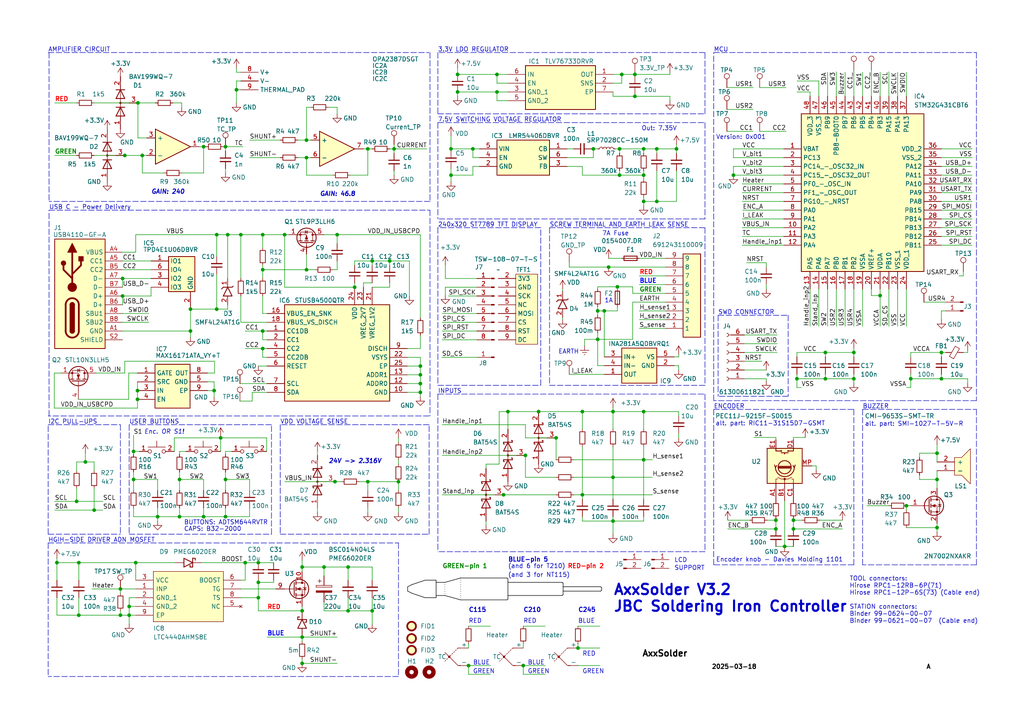
<source format=kicad_sch>
(kicad_sch (version 20250114) (generator "eeschema") (generator_version "9.0")
  (paper "A4")
  (text "Version: 0x001" (at 207.645 40.64 0) (effects (font (size 1.27 1.27)) (justify left bottom)))
  (text "USER BUTTONS" (at 37.465 123.19 0) (effects (font (size 1.27 1.27)) (justify left bottom)))
  (text "C115" (at 135.89 177.8 0) (effects (font (size 1.27 1.27) (thickness 0.254) (bold yes)) (justify left bottom)))
  (text "7A Fuse" (at 174.625 68.58 0) (effects (font (size 1.27 1.27)) (justify left bottom)))
  (text "Encoder knob - Davies Molding 1101" (at 207.645 163.195 0) (effects (font (size 1.27 1.27)) (justify left bottom)))
  (text "USB C - Power Delivery" (at 14.224 60.96 0) (effects (font (size 1.27 1.27)) (justify left bottom)))
  (text "BUTTONS: ADTSM644RVTR" (at 53.34 152.4 0) (effects (font (size 1.27 1.27)) (justify left bottom)))
  (text "Enc. OR S1!" (at 41.783 126.111 0) (effects (font (size 1.27 1.27) (italic yes)) (justify left bottom)))
  (text "MCU" (at 207.01 15.24 0) (effects (font (size 1.27 1.27)) (justify left bottom)))
  (text "CAPS: B32-2000" (at 53.34 154.305 0) (effects (font (size 1.27 1.27)) (justify left bottom)))
  (text "GREEN" (at 137.16 195.58 0) (effects (font (size 1.27 1.27)) (justify left bottom)))
  (text "(and 3 for NT115)" (at 147.32 167.64 0) (effects (font (size 1.27 1.27)) (justify left bottom)))
  (text "GREEN-pin 1" (at 128.27 165.1 0) (effects (font (size 1.27 1.27) (thickness 0.254) (bold yes)) (justify left bottom)))
  (text "RED\n" (at 135.89 180.975 0) (effects (font (size 1.27 1.27)) (justify left bottom)))
  (text "1A" (at 175.3175 88.0421 0) (effects (font (size 1.27 1.27)) (justify left bottom)))
  (text "LCD" (at 195.58 163.322 0) (effects (font (size 1.27 1.27)) (justify left bottom)))
  (text "alt. part: SMI-1027-T-5V-R\n" (at 250.825 123.825 0) (effects (font (size 1.27 1.27)) (justify left bottom)))
  (text "(and 6 for T210)" (at 147.32 165.1 0) (effects (font (size 1.27 1.27)) (justify left bottom)))
  (text "SCREW TERMINAL AND EARTH LEAK SENSE" (at 159.385 66.04 0) (effects (font (size 1.27 1.27)) (justify left bottom)))
  (text "AMPLIFIER CIRCUIT" (at 13.97 15.24 0) (effects (font (size 1.27 1.27)) (justify left bottom)))
  (text "24V -> 2.316V" (at 95.25 134.62 0) (effects (font (size 1.27 1.27) (thickness 0.254) (bold yes) (italic yes)) (justify left bottom)))
  (text "A" (at 268.605 194.31 0) (effects (font (size 1.27 1.27) (bold yes)) (justify left bottom)))
  (text "VDD VOLTAGE SENSE" (at 81.28 123.19 0) (effects (font (size 1.27 1.27)) (justify left bottom)))
  (text "C245" (at 167.64 177.8 0) (effects (font (size 1.27 1.27) (thickness 0.254) (bold yes)) (justify left bottom)))
  (text "ENCODER" (at 207.01 118.745 0) (effects (font (size 1.27 1.27)) (justify left bottom)))
  (text "SWD CONNECTOR" (at 208.28 91.44 0) (effects (font (size 1.27 1.27)) (justify left bottom)))
  (text "BLUE" (at 153.035 193.04 0) (effects (font (size 1.27 1.27)) (justify left bottom)))
  (text "BLUE-pin 5" (at 147.32 163.195 0) (effects (font (size 1.27 1.27) (thickness 0.254) (bold yes)) (justify left bottom)))
  (text "GREEN" (at 168.91 195.58 0) (effects (font (size 1.27 1.27)) (justify left bottom)))
  (text "2025-03-18" (at 206.375 194.31 0) (effects (font (size 1.27 1.27) (bold yes)) (justify left bottom)))
  (text "BLUE" (at 137.16 193.04 0) (effects (font (size 1.27 1.27)) (justify left bottom)))
  (text "RED\n" (at 151.765 180.975 0) (effects (font (size 1.27 1.27)) (justify left bottom)))
  (text "BLUE" (at 167.64 180.975 0) (effects (font (size 1.27 1.27)) (justify left bottom)))
  (text "BUZZER" (at 250.19 118.745 0) (effects (font (size 1.27 1.27)) (justify left bottom)))
  (text "7.5V SWITCHING VOLTAGE REGULATOR" (at 127 35.56 0) (effects (font (size 1.27 1.27)) (justify left bottom)))
  (text "AxxSolder V3.2\nJBC Soldering Iron Controller" (at 177.8 177.8 0) (effects (font (size 3 3) (thickness 0.6) (bold yes)) (justify left bottom)))
  (text "TOOL connectors: \nHirose RPC1-12RB-6P(71) \nHirose RPC1-12P-6S(73) (Cable end)\n\nSTATION connectors:\nBinder 99-0624-00-07\nBinder 99-0621-00-07  (Cable end)" (at 246.38 180.975 0) (effects (font (size 1.27 1.27)) (justify left bottom)))
  (text "C210" (at 151.765 177.8 0) (effects (font (size 1.27 1.27) (thickness 0.254) (bold yes)) (justify left bottom)))
  (text "GREEN" (at 153.035 195.58 0) (effects (font (size 1.27 1.27)) (justify left bottom)))
  (text "INPUTS" (at 127 114.3 0) (effects (font (size 1.27 1.27)) (justify left bottom)))
  (text "EARTH" (at 161.925 102.87 0) (effects (font (size 1.27 1.27)) (justify left bottom)))
  (text "HGIH-SIDE DRIVER ADN MOSFET" (at 13.97 157.48 0) (effects (font (size 1.27 1.27)) (justify left bottom)))
  (text "AxxSolder" (at 186.182 190.754 0) (effects (font (size 1.778 1.778) (bold yes)) (justify left bottom)))
  (text "RED-pin 2" (at 175.26 165.1 0) (effects (font (size 1.27 1.27) (thickness 0.254) (bold yes)) (justify right bottom)))
  (text "RED" (at 168.91 190.5 0) (effects (font (size 1.27 1.27)) (justify left bottom)))
  (text "Out: 7.35V" (at 186.055 38.1 0) (effects (font (size 1.27 1.27)) (justify left bottom)))
  (text "I2C PULL-UPS" (at 13.97 123.19 0) (effects (font (size 1.27 1.27)) (justify left bottom)))
  (text "GAIN: 240" (at 43.815 56.515 0) (effects (font (size 1.27 1.27) (thickness 0.254) (bold yes) (italic yes)) (justify left bottom)))
  (text "GAIN: 46.8" (at 92.71 57.15 0) (effects (font (size 1.27 1.27) (thickness 0.254) (bold yes) (italic yes)) (justify left bottom)))
  (text "3.3V LDO REGULATOR" (at 127 15.24 0) (effects (font (size 1.27 1.27)) (justify left bottom)))
  (text "alt. part: RIC11-31S15D7-GSMT\n" (at 207.518 123.698 0) (effects (font (size 1.27 1.27)) (justify left bottom)))
  (text "SUPPORT" (at 195.58 165.608 0) (effects (font (size 1.27 1.27)) (justify left bottom)))
  (text "240x320 ST7789 TFT DISPLAY" (at 127 66.04 0) (effects (font (size 1.27 1.27)) (justify left bottom)))
  (junction (at 132.715 26.67))
  (junction (at 152.4 132.08))
  (junction (at 184.15 21.59))
  (junction (at 271.78 153.035))
  (junction (at 175.26 90.17))
  (junction (at 196.215 43.18))
  (junction (at 39.878 115.824))
  (junction (at 239.395 109.855))
  (junction (at 40.005 29.845))
  (junction (at 264.16 109.855))
  (junction (at 179.07 83.185))
  (junction (at 212.725 50.8))
  (junction (at 100.965 164.465))
  (junction (at 273.05 102.235))
  (junction (at 52.07 139.065))
  (junction (at 225.044 153.416))
  (junction (at 65.405 139.065))
  (junction (at 231.14 109.855))
  (junction (at 177.8 119.38))
  (junction (at 100.965 177.165))
  (junction (at 59.055 149.86))
  (junction (at 172.085 43.18))
  (junction (at 106.68 139.7))
  (junction (at 190.5 58.42))
  (junction (at 146.05 143.51))
  (junction (at 87.63 164.465))
  (junction (at 74.93 163.195))
  (junction (at 65.405 149.86))
  (junction (at 76.2 68.072))
  (junction (at 190.5 43.18))
  (junction (at 45.72 149.86))
  (junction (at 87.63 177.165))
  (junction (at 74.93 168.91))
  (junction (at 247.65 109.855))
  (junction (at 107.95 177.165))
  (junction (at 68.58 26.035))
  (junction (at 52.07 149.86))
  (junction (at 107.95 75.692))
  (junction (at 255.27 85.725))
  (junction (at 22.86 178.435))
  (junction (at 93.98 164.465))
  (junction (at 34.925 170.815))
  (junction (at 27.305 147.955))
  (junction (at 22.225 145.415))
  (junction (at 55.245 89.662))
  (junction (at 114.3 43.18))
  (junction (at 247.65 102.235))
  (junction (at 271.78 139.065))
  (junction (at 115.57 139.7))
  (junction (at 34.925 178.435))
  (junction (at 39.37 163.195))
  (junction (at 76.2 101.092))
  (junction (at 106.68 43.18))
  (junction (at 35.56 85.852))
  (junction (at 239.395 102.235))
  (junction (at 37.465 178.435))
  (junction (at 16.51 163.195))
  (junction (at 130.81 50.8))
  (junction (at 38.735 139.065))
  (junction (at 186.69 119.38))
  (junction (at 156.21 119.38))
  (junction (at 177.8 138.43))
  (junction (at 230.124 153.416))
  (junction (at 271.78 131.445))
  (junction (at 161.29 127))
  (junction (at 62.865 89.662))
  (junction (at 66.04 68.072))
  (junction (at 41.275 45.085))
  (junction (at 76.2 78.232))
  (junction (at 179.705 43.18))
  (junction (at 62.865 68.072))
  (junction (at 39.878 113.284))
  (junction (at 35.56 80.772))
  (junction (at 38.735 130.937))
  (junction (at 22.86 163.195))
  (junction (at 230.124 150.876))
  (junction (at 273.05 109.855))
  (junction (at 88.9 78.232))
  (junction (at 137.16 43.18))
  (junction (at 168.91 119.38))
  (junction (at 102.87 83.312))
  (junction (at 82.55 68.072))
  (junction (at 184.15 27.94))
  (junction (at 74.93 173.355))
  (junction (at 113.03 75.692))
  (junction (at 132.715 21.59))
  (junction (at 87.63 184.785))
  (junction (at 121.92 113.792))
  (junction (at 168.91 143.51))
  (junction (at 225.044 150.876))
  (junction (at 24.765 133.985))
  (junction (at 144.145 21.59))
  (junction (at 180.34 21.59))
  (junction (at 173.355 98.425))
  (junction (at 121.92 108.712))
  (junction (at 144.145 26.67))
  (junction (at 37.465 175.895))
  (junction (at 76.2 96.012))
  (junction (at 88.9 40.64))
  (junction (at 62.103 113.284))
  (junction (at 71.12 163.195))
  (junction (at 186.69 58.42))
  (junction (at 55.245 96.012))
  (junction (at 65.405 42.545))
  (junction (at 186.69 50.8))
  (junction (at 147.32 119.38))
  (junction (at 177.8 151.13))
  (junction (at 64.008 127))
  (junction (at 227.584 158.496))
  (junction (at 121.92 111.252))
  (junction (at 59.055 42.545))
  (junction (at 173.355 90.17))
  (junction (at 167.64 187.96))
  (junction (at 176.53 77.47))
  (junction (at 135.89 193.04))
  (junction (at 186.69 43.18))
  (junction (at 121.92 106.172))
  (junction (at 88.9 45.72))
  (junction (at 151.765 193.04))
  (junction (at 97.155 139.7))
  (junction (at 262.89 146.685))
  (junction (at 87.63 192.405))
  (junction (at 36.195 45.085))
  (junction (at 69.85 68.072))
  (junction (at 130.81 43.18))
  (junction (at 186.69 133.35))
  (junction (at 97.79 68.072))
  (junction (at 179.705 50.8))
  (wire (pts (xy 215.265 53.34) (xy 227.33 53.34)))
  (polyline (pts (xy 228.6 91.44) (xy 228.6 114.935)) (stroke (width 0) (type dash)))
  (wire (pts (xy 168.91 50.8) (xy 179.705 50.8)))
  (wire (pts (xy 72.39 147.32) (xy 72.39 149.86)))
  (polyline (pts (xy 250.19 118.745) (xy 283.21 118.745)) (stroke (width 0) (type dash)))
  (wire (pts (xy 278.13 80.01) (xy 279.4 80.01)))
  (wire (pts (xy 16.51 161.925) (xy 16.51 163.195)))
  (wire (pts (xy 64.008 126.619) (xy 64.008 127)))
  (wire (pts (xy 247.65 83.82) (xy 247.65 94.615)))
  (wire (pts (xy 257.81 20.828) (xy 257.81 27.94)))
  (wire (pts (xy 225.425 99.695) (xy 215.9 99.695)))
  (wire (pts (xy 168.91 119.38) (xy 177.8 119.38)))
  (wire (pts (xy 71.12 163.195) (xy 74.93 163.195)))
  (wire (pts (xy 130.81 50.8) (xy 137.16 50.8)))
  (wire (pts (xy 107.95 173.355) (xy 107.95 177.165)))
  (polyline (pts (xy 13.97 157.48) (xy 115.57 157.48)) (stroke (width 0) (type dash)))
  (wire (pts (xy 96.52 78.232) (xy 97.79 78.232)))
  (wire (pts (xy 132.715 26.67) (xy 144.145 26.67)))
  (wire (pts (xy 273.05 58.42) (xy 281.94 58.42)))
  (wire (pts (xy 177.8 27.94) (xy 177.8 26.67)))
  (wire (pts (xy 266.7 137.795) (xy 266.7 139.065)))
  (wire (pts (xy 15.748 108.204) (xy 17.653 108.204)))
  (wire (pts (xy 152.4 138.43) (xy 152.4 132.08)))
  (wire (pts (xy 69.85 170.815) (xy 80.01 170.815)))
  (wire (pts (xy 107.95 177.165) (xy 107.95 180.975)))
  (wire (pts (xy 39.37 178.435) (xy 37.465 178.435)))
  (wire (pts (xy 92.075 147.32) (xy 92.075 148.59)))
  (wire (pts (xy 93.98 164.465) (xy 100.965 164.465)))
  (wire (pts (xy 147.32 172.72) (xy 163.068 172.72)) (stroke (width 0) (color 0 0 0 1)))
  (wire (pts (xy 190.5 58.42) (xy 196.215 58.42)))
  (wire (pts (xy 68.58 26.035) (xy 68.58 29.845)))
  (wire (pts (xy 115.57 139.7) (xy 115.57 142.24)))
  (wire (pts (xy 129.159 83.312) (xy 129.159 85.598)))
  (wire (pts (xy 194.31 29.21) (xy 194.31 27.94)))
  (wire (pts (xy 173.355 98.425) (xy 173.355 106.045)))
  (wire (pts (xy 16.51 178.435) (xy 16.51 173.355)))
  (wire (pts (xy 247.65 108.585) (xy 247.65 109.855)))
  (wire (pts (xy 225.044 150.876) (xy 222.504 150.876)))
  (wire (pts (xy 121.92 108.712) (xy 121.92 111.252)))
  (wire (pts (xy 174.244 170.18) (xy 174.498 170.434)) (stroke (width 0) (color 0 0 0 1)))
  (wire (pts (xy 225.044 150.876) (xy 225.044 153.416)))
  (wire (pts (xy 114.3 50.8) (xy 114.3 49.53)))
  (wire (pts (xy 212.725 45.72) (xy 227.33 45.72)))
  (wire (pts (xy 185.42 90.17) (xy 193.04 90.17)))
  (wire (pts (xy 169.545 98.425) (xy 169.545 100.33)))
  (wire (pts (xy 16.51 163.195) (xy 16.51 168.275)))
  (wire (pts (xy 225.425 102.235) (xy 215.9 102.235)))
  (wire (pts (xy 97.79 78.232) (xy 97.79 75.692)))
  (wire (pts (xy 123.317 173.355) (xy 126.492 173.355)) (stroke (width 0) (color 0 0 0 1)))
  (wire (pts (xy 222.25 83.82) (xy 222.25 82.55)))
  (wire (pts (xy 137.16 48.26) (xy 139.065 48.26)))
  (wire (pts (xy 118.11 103.632) (xy 121.92 103.632)))
  (wire (pts (xy 92.075 130.81) (xy 92.075 132.08)))
  (polyline (pts (xy 156.845 111.76) (xy 156.845 66.04)) (stroke (width 0) (type dash)))
  (wire (pts (xy 79.375 168.275) (xy 79.375 168.91)))
  (wire (pts (xy 196.85 107.315) (xy 196.85 106.045)))
  (wire (pts (xy 167.64 187.96) (xy 167.64 186.69)))
  (wire (pts (xy 163.322 171.45) (xy 174.244 171.45)) (stroke (width 0) (color 0 0 0 1)))
  (wire (pts (xy 196.85 120.65) (xy 196.85 119.38)))
  (wire (pts (xy 215.265 55.88) (xy 227.33 55.88)))
  (wire (pts (xy 115.57 133.35) (xy 115.57 134.62)))
  (wire (pts (xy 104.14 139.7) (xy 106.68 139.7)))
  (wire (pts (xy 16.51 178.435) (xy 22.86 178.435)))
  (wire (pts (xy 62.23 108.204) (xy 60.198 108.204)))
  (wire (pts (xy 53.848 130.937) (xy 52.07 130.937)))
  (wire (pts (xy 40.005 29.845) (xy 45.085 29.845)))
  (wire (pts (xy 129.159 80.772) (xy 138.303 80.772)))
  (wire (pts (xy 62.865 89.662) (xy 66.04 89.662)))
  (wire (pts (xy 273.05 48.26) (xy 281.94 48.26)))
  (wire (pts (xy 185.42 95.25) (xy 193.04 95.25)))
  (wire (pts (xy 74.93 168.275) (xy 74.93 168.91)))
  (wire (pts (xy 196.85 102.87) (xy 196.85 103.505)))
  (wire (pts (xy 164.465 43.18) (xy 166.37 43.18)))
  (wire (pts (xy 183.515 83.185) (xy 183.515 85.09)))
  (wire (pts (xy 184.15 21.59) (xy 184.15 22.225)))
  (wire (pts (xy 271.78 151.765) (xy 271.78 153.035)))
  (wire (pts (xy 45.72 147.32) (xy 45.72 149.86)))
  (wire (pts (xy 76.2 90.932) (xy 77.47 90.932)))
  (polyline (pts (xy 124.46 123.19) (xy 81.28 123.19)) (stroke (width 0) (type dash)))
  (wire (pts (xy 77.47 96.012) (xy 76.2 96.012)))
  (polyline (pts (xy 127 35.56) (xy 127 63.5)) (stroke (width 0) (type dash)))
  (wire (pts (xy 273.05 109.855) (xy 280.67 109.855)))
  (wire (pts (xy 142.24 181.61) (xy 135.89 181.61)))
  (wire (pts (xy 107.95 75.692) (xy 107.95 76.962)))
  (polyline (pts (xy 207.01 163.83) (xy 207.01 118.745)) (stroke (width 0) (type dash)))
  (polyline (pts (xy 37.465 123.19) (xy 37.465 154.94)) (stroke (width 0) (type dash)))
  (wire (pts (xy 133.604 167.64) (xy 133.604 173.99)) (stroke (width 0) (type dot) (color 0 0 0 1)))
  (wire (pts (xy 186.69 59.69) (xy 186.69 58.42)))
  (wire (pts (xy 163.322 170.18) (xy 174.244 170.18)) (stroke (width 0) (color 0 0 0 1)))
  (wire (pts (xy 177.8 21.59) (xy 180.34 21.59)))
  (wire (pts (xy 35.56 90.932) (xy 43.18 90.932)))
  (wire (pts (xy 231.14 112.395) (xy 231.14 109.855)))
  (wire (pts (xy 39.878 110.744) (xy 39.878 113.284)))
  (wire (pts (xy 52.07 149.86) (xy 59.055 149.86)))
  (wire (pts (xy 190.5 44.45) (xy 190.5 43.18)))
  (wire (pts (xy 211.074 153.416) (xy 225.044 153.416)))
  (wire (pts (xy 52.07 136.906) (xy 52.07 139.065)))
  (wire (pts (xy 65.405 48.895) (xy 65.405 50.165)))
  (wire (pts (xy 273.05 109.855) (xy 273.05 108.585)))
  (polyline (pts (xy 13.97 15.24) (xy 124.46 15.24)) (stroke (width 0) (type dash)))
  (wire (pts (xy 72.39 45.72) (xy 81.28 45.72)))
  (wire (pts (xy 177.8 119.38) (xy 177.8 124.46)))
  (wire (pts (xy 255.27 20.955) (xy 255.27 27.94)))
  (wire (pts (xy 168.91 119.38) (xy 168.91 124.46)))
  (wire (pts (xy 37.338 108.204) (xy 37.338 115.824)))
  (wire (pts (xy 212.725 45.72) (xy 212.725 43.18)))
  (wire (pts (xy 126.492 168.275) (xy 123.317 168.275)) (stroke (width 0) (color 0 0 0 1)))
  (wire (pts (xy 151.765 193.04) (xy 158.115 193.04)))
  (polyline (pts (xy 78.74 123.19) (xy 37.465 123.19)) (stroke (width 0) (type dash)))
  (wire (pts (xy 64.77 42.545) (xy 65.405 42.545)))
  (wire (pts (xy 177.8 24.13) (xy 180.34 24.13)))
  (wire (pts (xy 271.78 128.905) (xy 271.78 131.445)))
  (wire (pts (xy 164.465 45.72) (xy 172.085 45.72)))
  (wire (pts (xy 52.07 139.065) (xy 52.07 142.24)))
  (wire (pts (xy 273.05 102.235) (xy 274.32 102.235)))
  (wire (pts (xy 147.066 167.64) (xy 147.32 167.894)) (stroke (width 0) (color 0 0 0 1)))
  (wire (pts (xy 88.9 78.232) (xy 91.44 78.232)))
  (wire (pts (xy 68.58 23.495) (xy 69.85 23.495)))
  (wire (pts (xy 273.05 60.96) (xy 281.94 60.96)))
  (wire (pts (xy 105.41 43.18) (xy 106.68 43.18)))
  (wire (pts (xy 39.878 115.824) (xy 39.878 118.364)))
  (polyline (pts (xy 124.714 60.96) (xy 124.714 120.65)) (stroke (width 0) (type dash)))
  (wire (pts (xy 130.81 48.895) (xy 130.81 50.8)))
  (wire (pts (xy 179.07 88.9) (xy 179.07 90.17)))
  (wire (pts (xy 186.69 43.18) (xy 190.5 43.18)))
  (wire (pts (xy 87.63 162.56) (xy 87.63 164.465)))
  (wire (pts (xy 186.69 119.38) (xy 177.8 119.38)))
  (wire (pts (xy 97.79 68.072) (xy 97.79 70.612)))
  (wire (pts (xy 126.492 172.72) (xy 129.032 172.72)) (stroke (width 0) (color 0 0 0 1)))
  (wire (pts (xy 177.8 118.11) (xy 177.8 119.38)))
  (wire (pts (xy 76.2 101.092) (xy 76.2 103.632)))
  (wire (pts (xy 62.23 108.204) (xy 62.23 104.775)))
  (polyline (pts (xy 159.385 66.04) (xy 159.385 111.76)) (stroke (width 0) (type dash)))
  (polyline (pts (xy 124.714 15.24) (xy 124.714 58.42)) (stroke (width 0) (type dash)))
  (wire (pts (xy 100.965 177.165) (xy 107.95 177.165)))
  (wire (pts (xy 24.765 131.445) (xy 24.765 133.985)))
  (wire (pts (xy 113.03 43.18) (xy 114.3 43.18)))
  (wire (pts (xy 158.115 195.58) (xy 151.765 195.58)))
  (wire (pts (xy 74.93 168.91) (xy 74.93 173.355)))
  (wire (pts (xy 107.95 82.042) (xy 105.41 82.042)))
  (wire (pts (xy 27.305 133.985) (xy 24.765 133.985)))
  (wire (pts (xy 39.37 175.895) (xy 37.465 175.895)))
  (wire (pts (xy 242.57 83.82) (xy 242.57 94.615)))
  (polyline (pts (xy 81.28 123.19) (xy 81.28 154.94)) (stroke (width 0) (type dash)))
  (wire (pts (xy 39.37 168.275) (xy 39.37 163.195)))
  (wire (pts (xy 105.41 82.042) (xy 105.41 83.312)))
  (wire (pts (xy 185.42 92.71) (xy 193.04 92.71)))
  (polyline (pts (xy 228.6 114.935) (xy 208.28 114.935)) (stroke (width 0) (type dash)))
  (wire (pts (xy 69.85 173.355) (xy 74.93 173.355)))
  (polyline (pts (xy 34.925 123.19) (xy 34.925 154.94)) (stroke (width 0) (type dash)))
  (wire (pts (xy 144.145 26.67) (xy 144.145 29.21)))
  (wire (pts (xy 180.34 24.13) (xy 180.34 21.59)))
  (wire (pts (xy 190.5 43.18) (xy 196.215 43.18)))
  (wire (pts (xy 212.725 43.18) (xy 227.33 43.18)))
  (polyline (pts (xy 13.97 123.19) (xy 34.925 123.19)) (stroke (width 0) (type dash)))
  (wire (pts (xy 176.53 74.93) (xy 180.34 74.93)))
  (wire (pts (xy 43.815 83.312) (xy 43.815 85.852)))
  (polyline (pts (xy 247.65 118.745) (xy 247.65 163.83)) (stroke (width 0) (type dash)))
  (wire (pts (xy 271.78 153.035) (xy 271.78 154.305)))
  (wire (pts (xy 38.735 147.32) (xy 38.735 149.86)))
  (wire (pts (xy 62.103 110.744) (xy 60.198 110.744)))
  (wire (pts (xy 121.92 106.172) (xy 121.92 108.712)))
  (wire (pts (xy 87.63 175.895) (xy 87.63 177.165)))
  (wire (pts (xy 22.225 133.985) (xy 22.225 136.525)))
  (wire (pts (xy 59.055 42.545) (xy 59.69 42.545)))
  (wire (pts (xy 144.145 24.13) (xy 144.145 21.59)))
  (wire (pts (xy 264.16 108.585) (xy 264.16 109.855)))
  (wire (pts (xy 90.17 31.115) (xy 88.9 31.115)))
  (wire (pts (xy 114.3 41.91) (xy 114.3 43.18)))
  (wire (pts (xy 137.16 50.8) (xy 137.16 48.26)))
  (wire (pts (xy 262.89 146.685) (xy 262.89 147.955)))
  (wire (pts (xy 210.82 38.1) (xy 218.44 38.1)))
  (wire (pts (xy 118.745 75.692) (xy 113.03 75.692)))
  (wire (pts (xy 69.85 168.275) (xy 71.12 168.275)))
  (wire (pts (xy 24.765 133.985) (xy 22.225 133.985)))
  (wire (pts (xy 262.89 153.035) (xy 271.78 153.035)))
  (wire (pts (xy 280.67 101.6) (xy 280.67 102.235)))
  (wire (pts (xy 128.27 98.552) (xy 138.303 98.552)))
  (wire (pts (xy 65.405 139.065) (xy 65.405 142.24)))
  (polyline (pts (xy 247.65 163.83) (xy 207.01 163.83)) (stroke (width 0) (type dash)))
  (polyline (pts (xy 127 33.02) (xy 204.47 33.02)) (stroke (width 0) (type dash)))
  (wire (pts (xy 41.275 45.085) (xy 41.275 50.165)))
  (wire (pts (xy 271.78 139.065) (xy 271.78 141.605)))
  (wire (pts (xy 107.95 83.312) (xy 113.03 83.312)))
  (wire (pts (xy 273.05 53.34) (xy 281.94 53.34)))
  (wire (pts (xy 137.16 45.72) (xy 137.16 43.18)))
  (wire (pts (xy 119.507 172.085) (xy 123.317 173.355)) (stroke (width 0) (color 0 0 0 1)))
  (wire (pts (xy 52.07 147.32) (xy 52.07 149.86)))
  (wire (pts (xy 266.7 139.065) (xy 271.78 139.065)))
  (wire (pts (xy 58.42 163.195) (xy 71.12 163.195)))
  (wire (pts (xy 69.85 85.852) (xy 69.85 93.472)))
  (polyline (pts (xy 283.21 163.83) (xy 250.19 163.83)) (stroke (width 0) (type dash)))
  (wire (pts (xy 59.055 42.545) (xy 59.055 50.165)))
  (wire (pts (xy 279.4 102.235) (xy 280.67 102.235)))
  (wire (pts (xy 227.965 25.4) (xy 220.345 25.4)))
  (wire (pts (xy 135.89 193.04) (xy 142.24 193.04)))
  (wire (pts (xy 186.69 50.8) (xy 186.69 49.53)))
  (wire (pts (xy 234.95 94.615) (xy 234.95 83.82)))
  (wire (pts (xy 22.86 178.435) (xy 22.86 173.355)))
  (wire (pts (xy 76.2 96.012) (xy 76.2 98.552)))
  (wire (pts (xy 97.79 33.02) (xy 97.79 31.115)))
  (wire (pts (xy 76.2 68.072) (xy 82.55 68.072)))
  (wire (pts (xy 65.405 136.906) (xy 65.405 139.065)))
  (wire (pts (xy 77.343 130.937) (xy 77.343 127)))
  (polyline (pts (xy 124.714 58.42) (xy 14.224 58.42)) (stroke (width 0) (type dash)))
  (wire (pts (xy 168.91 143.51) (xy 168.91 144.78)))
  (wire (pts (xy 68.58 26.035) (xy 69.85 26.035)))
  (wire (pts (xy 196.85 125.73) (xy 196.85 127)))
  (wire (pts (xy 245.11 20.955) (xy 245.11 27.94)))
  (polyline (pts (xy 156.845 66.04) (xy 127 66.04)) (stroke (width 0) (type dash)))
  (wire (pts (xy 128.27 96.012) (xy 138.303 96.012)))
  (wire (pts (xy 115.57 127) (xy 115.57 128.27)))
  (wire (pts (xy 218.44 31.75) (xy 210.82 31.75)))
  (wire (pts (xy 118.11 106.172) (xy 121.92 106.172)))
  (wire (pts (xy 247.65 102.235) (xy 247.65 103.505)))
  (wire (pts (xy 55.245 89.662) (xy 55.245 96.012)))
  (wire (pts (xy 35.56 80.772) (xy 43.815 80.772)))
  (wire (pts (xy 86.36 45.72) (xy 88.9 45.72)))
  (wire (pts (xy 121.92 111.252) (xy 121.92 113.792)))
  (polyline (pts (xy 204.47 66.04) (xy 204.47 111.76)) (stroke (width 0) (type dash)))
  (polyline (pts (xy 115.57 157.48) (xy 115.57 196.215)) (stroke (width 0) (type dash)))
  (wire (pts (xy 186.69 52.07) (xy 186.69 50.8)))
  (wire (pts (xy 93.98 164.465) (xy 93.98 167.005)))
  (wire (pts (xy 264.16 109.855) (xy 273.05 109.855)))
  (wire (pts (xy 185.42 80.01) (xy 193.04 80.01)))
  (wire (pts (xy 179.705 50.8) (xy 186.69 50.8)))
  (wire (pts (xy 215.9 109.855) (xy 222.25 109.855)))
  (wire (pts (xy 230.124 153.416) (xy 244.348 153.416)))
  (wire (pts (xy 186.69 149.86) (xy 186.69 151.13)))
  (wire (pts (xy 237.49 83.82) (xy 237.49 94.615)))
  (wire (pts (xy 22.225 145.415) (xy 29.845 145.415)))
  (wire (pts (xy 172.085 43.18) (xy 172.085 45.72)))
  (wire (pts (xy 22.733 115.824) (xy 37.338 115.824)))
  (wire (pts (xy 133.604 167.64) (xy 147.066 167.64)) (stroke (width 0) (color 0 0 0 1)))
  (wire (pts (xy 168.91 151.13) (xy 177.8 151.13)))
  (wire (pts (xy 15.748 118.364) (xy 15.748 108.204)))
  (wire (pts (xy 273.05 71.12) (xy 281.94 71.12)))
  (wire (pts (xy 74.93 168.91) (xy 79.375 168.91)))
  (wire (pts (xy 27.305 147.955) (xy 29.845 147.955)))
  (wire (pts (xy 234.95 26.67) (xy 231.14 26.67)))
  (polyline (pts (xy 127 111.76) (xy 156.845 111.76)) (stroke (width 0) (type dash)))
  (wire (pts (xy 77.47 101.092) (xy 76.2 101.092)))
  (polyline (pts (xy 14.224 120.65) (xy 14.224 60.96)) (stroke (width 0) (type dash)))
  (wire (pts (xy 129.032 172.72) (xy 133.604 173.99)) (stroke (width 0) (color 0 0 0 1)))
  (wire (pts (xy 34.925 178.435) (xy 37.465 178.435)))
  (wire (pts (xy 245.11 83.82) (xy 245.11 94.615)))
  (wire (pts (xy 215.265 63.5) (xy 227.33 63.5)))
  (wire (pts (xy 273.05 50.8) (xy 281.94 50.8)))
  (wire (pts (xy 50.546 127) (xy 50.546 130.937)))
  (wire (pts (xy 118.237 171.45) (xy 119.507 172.085)) (stroke (width 0) (color 0 0 0 1)))
  (wire (pts (xy 147.32 168.91) (xy 163.068 168.91)) (stroke (width 0) (color 0 0 0 1)))
  (wire (pts (xy 167.64 187.96) (xy 173.99 187.96)))
  (wire (pts (xy 240.03 83.82) (xy 240.03 94.615)))
  (wire (pts (xy 102.87 76.962) (xy 102.87 75.692)))
  (wire (pts (xy 121.92 103.632) (xy 121.92 106.172)))
  (wire (pts (xy 36.195 108.204) (xy 27.813 108.204)))
  (wire (pts (xy 184.15 20.955) (xy 184.15 21.59)))
  (wire (pts (xy 190.5 49.53) (xy 190.5 58.42)))
  (wire (pts (xy 236.728 135.128) (xy 236.728 136.144)))
  (wire (pts (xy 151.765 186.69) (xy 151.765 187.96)))
  (wire (pts (xy 247.65 100.965) (xy 247.65 102.235)))
  (wire (pts (xy 35.56 93.472) (xy 43.18 93.472)))
  (wire (pts (xy 118.11 108.712) (xy 121.92 108.712)))
  (wire (pts (xy 71.12 168.275) (xy 71.12 163.195)))
  (wire (pts (xy 144.145 29.21) (xy 147.32 29.21)))
  (polyline (pts (xy 204.47 160.02) (xy 127 160.02)) (stroke (width 0) (type dash)))
  (wire (pts (xy 38.735 139.065) (xy 45.72 139.065)))
  (wire (pts (xy 73.152 113.792) (xy 77.47 113.792)))
  (wire (pts (xy 40.005 29.845) (xy 40.005 40.005)))
  (wire (pts (xy 163.322 169.164) (xy 163.322 172.466)) (stroke (width 0) (color 0 0 0 1)))
  (wire (pts (xy 279.4 80.01) (xy 279.4 78.74)))
  (wire (pts (xy 196.85 106.045) (xy 195.58 106.045)))
  (wire (pts (xy 82.55 83.312) (xy 102.87 83.312)))
  (wire (pts (xy 113.03 76.962) (xy 113.03 75.692)))
  (wire (pts (xy 262.89 27.94) (xy 262.89 20.955)))
  (wire (pts (xy 35.56 78.232) (xy 43.815 78.232)))
  (wire (pts (xy 227.584 145.288) (xy 227.584 158.496)))
  (wire (pts (xy 175.26 90.17) (xy 179.07 90.17)))
  (wire (pts (xy 34.925 177.165) (xy 34.925 178.435)))
  (wire (pts (xy 45.72 149.86) (xy 52.07 149.86)))
  (polyline (pts (xy 124.46 120.65) (xy 13.97 120.65)) (stroke (width 0) (type dash)))
  (wire (pts (xy 106.68 139.7) (xy 106.68 142.24)))
  (wire (pts (xy 52.705 31.115) (xy 52.705 29.845)))
  (wire (pts (xy 62.23 104.775) (xy 36.195 104.775)))
  (wire (pts (xy 65.405 149.86) (xy 72.39 149.86)))
  (wire (pts (xy 64.008 127) (xy 77.343 127)))
  (wire (pts (xy 37.465 175.895) (xy 37.465 178.435)))
  (wire (pts (xy 118.11 111.252) (xy 121.92 111.252)))
  (wire (pts (xy 179.705 49.53) (xy 179.705 50.8)))
  (wire (pts (xy 164.465 48.26) (xy 168.91 48.26)))
  (wire (pts (xy 93.98 68.072) (xy 97.79 68.072)))
  (polyline (pts (xy 13.97 154.94) (xy 34.925 154.94)) (stroke (width 0) (type dash)))
  (wire (pts (xy 179.705 43.18) (xy 186.69 43.18)))
  (wire (pts (xy 59.055 50.165) (xy 52.705 50.165)))
  (wire (pts (xy 62.103 115.189) (xy 62.103 113.284)))
  (wire (pts (xy 252.73 85.725) (xy 255.27 85.725)))
  (wire (pts (xy 132.715 26.67) (xy 132.715 27.94)))
  (wire (pts (xy 55.245 97.79) (xy 55.245 96.012)))
  (wire (pts (xy 183.515 87.63) (xy 193.04 87.63)))
  (wire (pts (xy 69.85 68.072) (xy 69.85 80.772)))
  (wire (pts (xy 255.27 83.82) (xy 255.27 85.725)))
  (wire (pts (xy 196.85 103.505) (xy 195.58 103.505)))
  (wire (pts (xy 250.19 20.955) (xy 250.19 27.94)))
  (wire (pts (xy 34.925 170.815) (xy 34.925 172.085)))
  (wire (pts (xy 107.95 75.692) (xy 113.03 75.692)))
  (wire (pts (xy 121.92 101.092) (xy 118.11 101.092)))
  (polyline (pts (xy 204.47 63.5) (xy 127 63.5)) (stroke (width 0) (type dash)))
  (wire (pts (xy 227.584 158.496) (xy 230.124 158.496)))
  (wire (pts (xy 186.69 133.35) (xy 189.23 133.35)))
  (wire (pts (xy 68.58 23.495) (xy 68.58 26.035)))
  (wire (pts (xy 146.05 143.51) (xy 161.29 143.51)))
  (wire (pts (xy 273.05 55.88) (xy 281.94 55.88)))
  (wire (pts (xy 87.63 164.465) (xy 93.98 164.465)))
  (polyline (pts (xy 283.21 116.205) (xy 207.01 116.205)) (stroke (width 0) (type dash)))
  (wire (pts (xy 177.8 151.13) (xy 177.8 154.94)))
  (polyline (pts (xy 127 114.3) (xy 127 160.02)) (stroke (width 0) (type dash)))
  (wire (pts (xy 152.4 138.43) (xy 161.29 138.43)))
  (wire (pts (xy 76.2 78.232) (xy 76.2 80.772)))
  (wire (pts (xy 128.27 93.472) (xy 138.303 93.472)))
  (wire (pts (xy 76.2 76.962) (xy 76.2 78.232)))
  (wire (pts (xy 38.735 149.86) (xy 45.72 149.86)))
  (wire (pts (xy 266.7 131.445) (xy 266.7 132.715)))
  (wire (pts (xy 227.584 158.496) (xy 227.584 158.75)))
  (wire (pts (xy 177.8 138.43) (xy 177.8 144.78)))
  (wire (pts (xy 184.15 21.59) (xy 194.31 21.59)))
  (wire (pts (xy 168.91 50.8) (xy 168.91 48.26)))
  (wire (pts (xy 152.4 127) (xy 161.29 127)))
  (wire (pts (xy 130.81 39.37) (xy 130.81 43.18)))
  (wire (pts (xy 273.05 63.5) (xy 281.94 63.5)))
  (wire (pts (xy 71.12 101.092) (xy 76.2 101.092)))
  (wire (pts (xy 233.553 126.873) (xy 230.124 126.873)))
  (wire (pts (xy 130.81 43.18) (xy 130.81 43.815)))
  (wire (pts (xy 16.51 163.195) (xy 22.86 163.195)))
  (wire (pts (xy 179.705 43.18) (xy 179.705 44.45)))
  (wire (pts (xy 196.215 41.91) (xy 196.215 43.18)))
  (wire (pts (xy 216.535 76.2) (xy 222.25 76.2)))
  (wire (pts (xy 168.91 129.54) (xy 168.91 143.51)))
  (wire (pts (xy 239.395 102.235) (xy 239.395 103.505)))
  (polyline (pts (xy 78.74 154.94) (xy 78.74 123.19)) (stroke (width 0) (type dash)))
  (wire (pts (xy 166.37 138.43) (xy 177.8 138.43)))
  (wire (pts (xy 76.2 85.852) (xy 76.2 90.932)))
  (wire (pts (xy 158.115 181.61) (xy 151.765 181.61)))
  (wire (pts (xy 178.435 43.18) (xy 179.705 43.18)))
  (wire (pts (xy 177.8 149.86) (xy 177.8 151.13)))
  (wire (pts (xy 140.97 134.62) (xy 140.97 135.89)))
  (wire (pts (xy 65.405 42.545) (xy 70.485 42.545)))
  (wire (pts (xy 93.98 174.625) (xy 93.98 177.165)))
  (wire (pts (xy 273.05 66.04) (xy 281.94 66.04)))
  (wire (pts (xy 97.79 68.072) (xy 121.92 68.072)))
  (wire (pts (xy 166.37 143.51) (xy 168.91 143.51)))
  (wire (pts (xy 64.008 127) (xy 64.008 130.937)))
  (wire (pts (xy 271.78 136.525) (xy 271.78 139.065)))
  (wire (pts (xy 230.124 150.876) (xy 230.124 153.416)))
  (polyline (pts (xy 283.21 110.49) (xy 283.21 116.205)) (stroke (width 0) (type dash)))
  (wire (pts (xy 132.715 21.59) (xy 144.145 21.59)))
  (wire (pts (xy 37.465 173.355) (xy 37.465 175.895)))
  (wire (pts (xy 144.145 26.67) (xy 147.32 26.67)))
  (wire (pts (xy 142.24 195.58) (xy 135.89 195.58)))
  (wire (pts (xy 163.322 172.466) (xy 163.068 172.72)) (stroke (width 0) (color 0 0 0 1)))
  (wire (pts (xy 97.155 139.7) (xy 99.06 139.7)))
  (polyline (pts (xy 127 114.3) (xy 204.47 114.3)) (stroke (width 0) (type dash)))
  (wire (pts (xy 144.78 119.38) (xy 147.32 119.38)))
  (wire (pts (xy 237.49 23.495) (xy 231.14 23.495)))
  (wire (pts (xy 77.47 184.785) (xy 87.63 184.785)))
  (wire (pts (xy 106.68 50.8) (xy 106.68 43.18)))
  (polyline (pts (xy 208.28 91.44) (xy 208.28 114.935)) (stroke (width 0) (type dash)))
  (wire (pts (xy 239.395 109.855) (xy 247.65 109.855)))
  (wire (pts (xy 144.145 21.59) (xy 147.32 21.59)))
  (wire (pts (xy 240.03 20.955) (xy 240.03 27.94)))
  (wire (pts (xy 38.735 139.065) (xy 38.735 142.24)))
  (wire (pts (xy 230.124 126.873) (xy 230.124 127.508)))
  (wire (pts (xy 62.865 79.502) (xy 62.865 89.662)))
  (polyline (pts (xy 124.46 154.94) (xy 124.46 123.19)) (stroke (width 0) (type dash)))
  (wire (pts (xy 252.73 20.32) (xy 252.73 27.94)))
  (wire (pts (xy 280.67 111.125) (xy 280.67 109.855)))
  (wire (pts (xy 147.32 119.38) (xy 156.21 119.38)))
  (wire (pts (xy 65.405 130.937) (xy 65.405 131.826)))
  (wire (pts (xy 114.3 43.18) (xy 123.825 43.18)))
  (wire (pts (xy 41.275 50.165) (xy 47.625 50.165)))
  (wire (pts (xy 22.86 163.195) (xy 39.37 163.195)))
  (wire (pts (xy 175.26 90.17) (xy 173.355 90.17)))
  (polyline (pts (xy 13.97 154.94) (xy 13.97 123.19)) (stroke (width 0) (type dash)))
  (wire (pts (xy 50.165 29.845) (xy 52.705 29.845)))
  (wire (pts (xy 163.195 83.82) (xy 163.195 84.455)))
  (wire (pts (xy 215.265 71.12) (xy 227.33 71.12)))
  (wire (pts (xy 173.355 98.425) (xy 183.515 98.425)))
  (wire (pts (xy 15.875 147.955) (xy 27.305 147.955)))
  (wire (pts (xy 37.465 178.435) (xy 37.465 180.975)))
  (wire (pts (xy 27.305 29.845) (xy 40.005 29.845)))
  (wire (pts (xy 45.72 139.065) (xy 45.72 142.24)))
  (wire (pts (xy 36.195 45.085) (xy 41.275 45.085)))
  (wire (pts (xy 100.965 164.465) (xy 100.965 168.275)))
  (wire (pts (xy 76.2 78.232) (xy 88.9 78.232)))
  (wire (pts (xy 234.95 27.94) (xy 234.95 26.67)))
  (wire (pts (xy 71.12 96.012) (xy 76.2 96.012)))
  (wire (pts (xy 273.05 102.235) (xy 273.05 103.505)))
  (wire (pts (xy 173.99 181.61) (xy 167.64 181.61)))
  (wire (pts (xy 185.42 82.55) (xy 193.04 82.55)))
  (wire (pts (xy 76.2 98.552) (xy 77.47 98.552)))
  (wire (pts (xy 39.37 73.152) (xy 39.37 68.072)))
  (wire (pts (xy 273.05 45.72) (xy 281.94 45.72)))
  (wire (pts (xy 39.37 68.072) (xy 62.865 68.072)))
  (wire (pts (xy 250.19 83.82) (xy 250.19 94.615)))
  (wire (pts (xy 62.865 68.072) (xy 62.865 74.422)))
  (wire (pts (xy 247.65 20.32) (xy 247.65 27.94)))
  (wire (pts (xy 225.044 150.368) (xy 225.044 150.876)))
  (polyline (pts (xy 127 66.04) (xy 127 111.76)) (stroke (width 0) (type dash)))
  (wire (pts (xy 118.745 85.852) (xy 118.745 75.692)))
  (wire (pts (xy 96.52 50.8) (xy 88.9 50.8)))
  (wire (pts (xy 237.744 150.876) (xy 244.348 150.876)))
  (wire (pts (xy 186.69 58.42) (xy 190.5 58.42)))
  (wire (pts (xy 237.49 23.495) (xy 237.49 27.94)))
  (wire (pts (xy 185.42 74.93) (xy 193.04 74.93)))
  (wire (pts (xy 15.748 118.364) (xy 39.878 118.364)))
  (wire (pts (xy 215.9 97.155) (xy 225.425 97.155)))
  (wire (pts (xy 273.05 90.17) (xy 274.32 90.17)))
  (wire (pts (xy 93.98 177.165) (xy 100.965 177.165)))
  (wire (pts (xy 52.07 139.065) (xy 59.055 139.065)))
  (wire (pts (xy 161.29 127) (xy 161.29 133.35)))
  (wire (pts (xy 183.515 87.63) (xy 183.515 98.425)))
  (wire (pts (xy 113.03 82.042) (xy 113.03 83.312)))
  (wire (pts (xy 222.25 110.49) (xy 222.25 109.855)))
  (wire (pts (xy 59.055 149.86) (xy 65.405 149.86)))
  (wire (pts (xy 62.865 68.072) (xy 66.04 68.072)))
  (wire (pts (xy 15.875 29.845) (xy 22.225 29.845)))
  (wire (pts (xy 137.16 43.18) (xy 139.065 43.18)))
  (wire (pts (xy 140.97 134.62) (xy 144.78 134.62)))
  (wire (pts (xy 147.066 173.99) (xy 147.32 173.736)) (stroke (width 0) (color 0 0 0 1)))
  (wire (pts (xy 35.56 85.852) (xy 35.56 88.392)))
  (polyline (pts (xy 208.28 91.44) (xy 228.6 91.44)) (stroke (width 0) (type dash)))
  (wire (pts (xy 147.32 167.894) (xy 147.32 173.736)) (stroke (width 0) (color 0 0 0 1)))
  (wire (pts (xy 147.32 124.46) (xy 147.32 119.38)))
  (wire (pts (xy 264.16 102.235) (xy 264.16 103.505)))
  (wire (pts (xy 132.715 19.685) (xy 132.715 21.59)))
  (wire (pts (xy 264.16 102.235) (xy 273.05 102.235)))
  (wire (pts (xy 45.72 149.86) (xy 45.72 151.13)))
  (wire (pts (xy 156.21 119.38) (xy 168.91 119.38)))
  (wire (pts (xy 273.05 68.58) (xy 281.94 68.58)))
  (wire (pts (xy 40.386 130.937) (xy 38.735 130.937)))
  (wire (pts (xy 230.124 150.368) (xy 230.124 150.876)))
  (wire (pts (xy 82.55 68.072) (xy 83.82 68.072)))
  (polyline (pts (xy 204.47 114.3) (xy 204.47 160.02)) (stroke (width 0) (type dash)))
  (wire (pts (xy 186.69 124.46) (xy 186.69 119.38)))
  (wire (pts (xy 173.355 83.185) (xy 173.355 83.82)))
  (polyline (pts (xy 204.47 33.02) (xy 204.47 15.24)) (stroke (width 0) (type dash)))
  (wire (pts (xy 115.57 147.32) (xy 115.57 148.59)))
  (wire (pts (xy 50.546 127) (xy 64.008 127)))
  (wire (pts (xy 173.355 90.17) (xy 173.355 91.44)))
  (wire (pts (xy 189.23 143.51) (xy 168.91 143.51)))
  (wire (pts (xy 129.032 168.91) (xy 129.032 172.72)) (stroke (width 0) (type dot) (color 0 0 0 1)))
  (wire (pts (xy 175.26 103.505) (xy 175.26 90.17)))
  (wire (pts (xy 130.81 43.18) (xy 137.16 43.18)))
  (wire (pts (xy 186.69 151.13) (xy 177.8 151.13)))
  (wire (pts (xy 163.068 168.91) (xy 163.322 169.164)) (stroke (width 0) (color 0 0 0 1)))
  (wire (pts (xy 173.355 106.045) (xy 175.26 106.045)))
  (wire (pts (xy 74.93 173.355) (xy 74.93 177.165)))
  (wire (pts (xy 173.355 88.9) (xy 173.355 90.17)))
  (wire (pts (xy 121.92 97.282) (xy 121.92 101.092)))
  (polyline (pts (xy 159.385 66.04) (xy 204.47 66.04)) (stroke (width 0) (type dash)))
  (wire (pts (xy 114.3 43.18) (xy 114.3 44.45)))
  (wire (pts (xy 102.87 75.692) (xy 107.95 75.692)))
  (wire (pts (xy 68.58 20.955) (xy 69.85 20.955)))
  (wire (pts (xy 35.56 80.772) (xy 35.56 83.312)))
  (wire (pts (xy 215.265 58.42) (xy 227.33 58.42)))
  (wire (pts (xy 215.265 66.04) (xy 227.33 66.04)))
  (wire (pts (xy 165.1 108.585) (xy 175.26 108.585)))
  (wire (pts (xy 196.85 119.38) (xy 186.69 119.38)))
  (wire (pts (xy 82.55 68.072) (xy 82.55 83.312)))
  (wire (pts (xy 62.103 113.284) (xy 62.103 110.744)))
  (wire (pts (xy 264.16 112.395) (xy 264.16 109.855)))
  (wire (pts (xy 215.9 107.315) (xy 222.25 107.315)))
  (wire (pts (xy 107.95 164.465) (xy 107.95 168.275)))
  (wire (pts (xy 215.392 60.96) (xy 227.33 60.96)))
  (wire (pts (xy 222.25 76.2) (xy 222.25 77.47)))
  (polyline (pts (xy 207.01 118.745) (xy 247.65 118.745)) (stroke (width 0) (type dash)))
  (wire (pts (xy 172.085 43.18) (xy 173.355 43.18)))
  (wire (pts (xy 87.63 192.405) (xy 97.79 192.405)))
  (polyline (pts (xy 81.28 154.94) (xy 124.46 154.94)) (stroke (width 0) (type dash)))
  (wire (pts (xy 140.97 152.4) (xy 140.97 151.13)))
  (wire (pts (xy 74.93 163.195) (xy 79.375 163.195)))
  (wire (pts (xy 68.58 19.685) (xy 68.58 20.955)))
  (wire (pts (xy 100.965 173.355) (xy 100.965 177.165)))
  (wire (pts (xy 183.515 85.09) (xy 193.04 85.09)))
  (wire (pts (xy 88.9 73.787) (xy 88.9 78.232)))
  (wire (pts (xy 106.68 139.7) (xy 115.57 139.7)))
  (wire (pts (xy 22.86 163.195) (xy 22.86 168.275)))
  (wire (pts (xy 177.8 129.54) (xy 177.8 138.43)))
  (wire (pts (xy 133.604 173.99) (xy 147.066 173.99)) (stroke (width 0) (color 0 0 0 1)))
  (wire (pts (xy 128.143 103.632) (xy 138.303 103.632)))
  (wire (pts (xy 144.78 134.62) (xy 144.78 119.38)))
  (wire (pts (xy 271.78 131.445) (xy 271.78 133.985)))
  (wire (pts (xy 129.159 83.312) (xy 138.303 83.312)))
  (polyline (pts (xy 127 35.56) (xy 204.47 35.56)) (stroke (width 0) (type dash)))
  (wire (pts (xy 239.395 108.585) (xy 239.395 109.855)))
  (wire (pts (xy 87.63 164.465) (xy 87.63 165.735)))
  (wire (pts (xy 168.91 149.86) (xy 168.91 151.13)))
  (wire (pts (xy 66.04 68.072) (xy 69.85 68.072)))
  (wire (pts (xy 15.875 145.415) (xy 22.225 145.415)))
  (wire (pts (xy 180.34 21.59) (xy 184.15 21.59)))
  (wire (pts (xy 212.725 48.26) (xy 212.725 50.8)))
  (wire (pts (xy 165.1 77.47) (xy 176.53 77.47)))
  (wire (pts (xy 86.36 40.64) (xy 88.9 40.64)))
  (wire (pts (xy 69.596 111.252) (xy 77.47 111.252)))
  (wire (pts (xy 88.9 50.8) (xy 88.9 45.72)))
  (wire (pts (xy 218.44 25.4) (xy 210.82 25.4)))
  (wire (pts (xy 147.32 24.13) (xy 144.145 24.13)))
  (wire (pts (xy 186.69 58.42) (xy 186.69 57.15)))
  (wire (pts (xy 69.85 68.072) (xy 76.2 68.072)))
  (wire (pts (xy 106.68 147.32) (xy 106.68 148.59)))
  (wire (pts (xy 173.99 193.04) (xy 167.64 193.04)))
  (wire (pts (xy 43.815 85.852) (xy 35.56 85.852)))
  (wire (pts (xy 37.338 108.204) (xy 39.878 108.204)))
  (wire (pts (xy 74.93 177.165) (xy 87.63 177.165)))
  (wire (pts (xy 66.04 88.392) (xy 66.04 89.662)))
  (wire (pts (xy 235.458 135.128) (xy 236.728 135.128)))
  (wire (pts (xy 22.225 141.605) (xy 22.225 145.415)))
  (wire (pts (xy 27.305 141.605) (xy 27.305 147.955)))
  (wire (pts (xy 34.925 170.815) (xy 39.37 170.815)))
  (wire (pts (xy 251.46 146.685) (xy 257.81 146.685)))
  (wire (pts (xy 74.93 106.172) (xy 77.47 106.172)))
  (wire (pts (xy 88.9 40.64) (xy 90.17 40.64)))
  (wire (pts (xy 57.785 42.545) (xy 59.055 42.545)))
  (wire (pts (xy 176.53 77.47) (xy 193.04 77.47)))
  (polyline (pts (xy 283.21 15.24) (xy 283.21 110.49)) (stroke (width 0) (type dash)))
  (polyline (pts (xy 115.57 196.215) (xy 13.97 196.215)) (stroke (width 0) (type dash)))
  (wire (pts (xy 262.89 83.82) (xy 262.89 94.615)))
  (wire (pts (xy 225.044 126.873) (xy 218.694 126.873)))
  (wire (pts (xy 239.395 102.235) (xy 247.65 102.235)))
  (wire (pts (xy 37.465 173.355) (xy 39.37 173.355)))
  (wire (pts (xy 220.98 104.775) (xy 215.9 104.775)))
  (wire (pts (xy 59.055 139.065) (xy 59.055 142.24)))
  (wire (pts (xy 72.39 40.64) (xy 81.28 40.64)))
  (wire (pts (xy 40.005 40.005) (xy 42.545 40.005)))
  (wire (pts (xy 196.215 44.45) (xy 196.215 43.18)))
  (wire (pts (xy 169.545 98.425) (xy 173.355 98.425)))
  (wire (pts (xy 38.735 136.906) (xy 38.735 139.065)))
  (wire (pts (xy 133.604 167.64) (xy 129.032 168.91)) (stroke (width 0) (color 0 0 0 1)))
  (wire (pts (xy 186.69 133.35) (xy 186.69 144.78)))
  (wire (pts (xy 130.048 85.852) (xy 138.303 85.852)))
  (wire (pts (xy 186.69 44.45) (xy 186.69 43.18)))
  (wire (pts (xy 65.405 139.065) (xy 72.39 139.065)))
  (wire (pts (xy 15.875 45.085) (xy 22.225 45.085)))
  (wire (pts (xy 166.37 133.35) (xy 186.69 133.35)))
  (wire (pts (xy 60.198 113.284) (xy 62.103 113.284)))
  (wire (pts (xy 231.14 102.235) (xy 231.14 103.505)))
  (wire (pts (xy 101.6 50.8) (xy 106.68 50.8)))
  (wire (pts (xy 35.56 73.152) (xy 39.37 73.152)))
  (wire (pts (xy 262.89 146.685) (xy 264.16 146.685)))
  (wire (pts (xy 87.63 186.055) (xy 87.63 184.785)))
  (wire (pts (xy 215.265 68.58) (xy 227.33 68.58)))
  (wire (pts (xy 189.23 138.43) (xy 177.8 138.43)))
  (wire (pts (xy 173.355 96.52) (xy 173.355 98.425)))
  (wire (pts (xy 55.245 89.662) (xy 62.865 89.662)))
  (wire (pts (xy 87.63 184.785) (xy 97.79 184.785)))
  (wire (pts (xy 41.275 45.085) (xy 42.545 45.085)))
  (wire (pts (xy 82.55 139.7) (xy 97.155 139.7)))
  (wire (pts (xy 67.183 130.937) (xy 65.405 130.937)))
  (wire (pts (xy 65.405 43.815) (xy 65.405 42.545)))
  (wire (pts (xy 121.92 115.062) (xy 121.92 113.792)))
  (polyline (pts (xy 127 15.24) (xy 127 33.02)) (stroke (width 0) (type dash)))
  (wire (pts (xy 128.27 123.19) (xy 152.4 123.19)))
  (polyline (pts (xy 204.47 35.56) (xy 204.47 63.5)) (stroke (width 0) (type dash)))
  (wire (pts (xy 128.27 90.932) (xy 138.303 90.932)))
  (wire (pts (xy 26.67 170.815) (xy 34.925 170.815)))
  (wire (pts (xy 22.86 178.435) (xy 34.925 178.435)))
  (wire (pts (xy 72.39 139.065) (xy 72.39 142.24)))
  (wire (pts (xy 36.195 104.775) (xy 36.195 108.204)))
  (polyline (pts (xy 14.224 60.96) (xy 124.714 60.96)) (stroke (width 0) (type dash)))
  (wire (pts (xy 151.765 193.04) (xy 151.765 195.58)))
  (wire (pts (xy 173.355 83.185) (xy 179.07 83.185)))
  (wire (pts (xy 152.4 123.19) (xy 152.4 127)))
  (wire (pts (xy 186.69 129.54) (xy 186.69 133.35)))
  (polyline (pts (xy 204.47 15.24) (xy 127 15.24)) (stroke (width 0) (type dash)))
  (wire (pts (xy 196.215 49.53) (xy 196.215 58.42)))
  (wire (pts (xy 73.152 116.332) (xy 73.152 113.792)))
  (wire (pts (xy 220.345 38.1) (xy 227.965 38.1)))
  (wire (pts (xy 171.45 43.18) (xy 172.085 43.18)))
  (wire (pts (xy 174.498 171.196) (xy 174.244 171.45)) (stroke (width 0) (color 0 0 0 1)))
  (wire (pts (xy 225.044 158.496) (xy 227.584 158.496)))
  (wire (pts (xy 52.07 130.937) (xy 52.07 131.826)))
  (wire (pts (xy 88.9 31.115) (xy 88.9 40.64)))
  (polyline (pts (xy 207.01 15.24) (xy 283.21 15.24)) (stroke (width 0) (type dash)))
  (wire (pts (xy 231.14 102.235) (xy 239.395 102.235)))
  (polyline (pts (xy 204.47 111.76) (xy 159.385 111.76)) (stroke (width 0) (type dash)))
  (wire (pts (xy 231.14 108.585) (xy 231.14 109.855)))
  (wire (pts (xy 139.065 45.72) (xy 137.16 45.72)))
  (polyline (pts (xy 13.97 157.48) (xy 13.97 196.215)) (stroke (width 0) (type dash)))
  (wire (pts (xy 174.498 170.434) (xy 174.498 171.196)) (stroke (width 0) (color 0 0 0 1)))
  (wire (pts (xy 231.14 109.855) (xy 239.395 109.855)))
  (wire (pts (xy 66.04 68.072) (xy 66.04 80.772)))
  (wire (pts (xy 247.65 111.125) (xy 247.65 109.855)))
  (wire (pts (xy 255.27 85.725) (xy 255.27 94.615)))
  (wire (pts (xy 123.317 168.275) (xy 119.507 169.545)) (stroke (width 0) (color 0 0 0 1)))
  (wire (pts (xy 128.27 143.51) (xy 146.05 143.51)))
  (wire (pts (xy 118.237 170.18) (xy 118.237 171.45)) (stroke (width 0) (color 0 0 0 1)))
  (wire (pts (xy 95.25 31.115) (xy 97.79 31.115)))
  (wire (pts (xy 232.41 112.395) (xy 231.14 112.395)))
  (wire (pts (xy 69.596 116.332) (xy 73.152 116.332)))
  (wire (pts (xy 35.56 75.692) (xy 43.815 75.692)))
  (polyline (pts (xy 283.21 118.745) (xy 283.21 163.83)) (stroke (width 0) (type dash)))
  (wire (pts (xy 273.05 92.71) (xy 273.05 90.17)))
  (wire (pts (xy 65.405 147.32) (xy 65.405 149.86)))
  (wire (pts (xy 76.2 68.072) (xy 76.2 71.882)))
  (wire (pts (xy 242.57 27.94) (xy 242.57 20.828)))
  (wire (pts (xy 225.044 126.873) (xy 225.044 127.508)))
  (wire (pts (xy 267.97 87.63) (xy 274.32 87.63)))
  (polyline (pts (xy 207.01 116.205) (xy 207.01 15.24)) (stroke (width 0) (type dash)))
  (wire (pts (xy 194.31 21.59) (xy 194.31 20.955)))
  (wire (pts (xy 39.878 113.284) (xy 39.878 115.824)))
  (wire (pts (xy 118.11 113.792) (xy 121.92 113.792)))
  (wire (pts (xy 69.85 93.472) (xy 77.47 93.472)))
  (wire (pts (xy 38.735 126.238) (xy 38.735 130.937)))
  (wire (pts (xy 27.305 45.085) (xy 36.195 45.085)))
  (wire (pts (xy 39.37 163.195) (xy 50.8 163.195)))
  (wire (pts (xy 266.7 131.445) (xy 271.78 131.445)))
  (wire (pts (xy 232.664 150.876) (xy 230.124 150.876)))
  (wire (pts (xy 184.15 27.94) (xy 184.15 27.305)))
  (wire (pts (xy 135.89 186.69) (xy 135.89 187.96)))
  (wire (pts (xy 252.73 83.82) (xy 252.73 85.725)))
  (wire (pts (xy 126.492 168.275) (xy 126.492 173.355)) (stroke (width 0) (color 0 0 0 1)))
  (wire (pts (xy 128.27 132.08) (xy 152.4 132.08)))
  (wire (pts (xy 119.507 169.545) (xy 118.237 170.18)) (stroke (width 0) (color 0 0 0 1)))
  (wire (pts (xy 163.195 92.075) (xy 163.195 92.71)))
  (wire (pts (xy 165.1 77.47) (xy 165.1 76.2)))
  (wire (pts (xy 88.9 45.72) (xy 90.17 45.72)))
  (wire (pts (xy 212.725 50.8) (xy 227.33 50.8)))
  (polyline (pts (xy 250.19 118.745) (xy 250.19 163.83)) (stroke (width 0) (type dash)))
  (wire (pts (xy 106.68 43.18) (xy 107.95 43.18)))
  (wire (pts (xy 76.2 103.632) (xy 77.47 103.632)))
  (wire (pts (xy 130.81 50.8) (xy 130.81 52.705)))
  (polyline (pts (xy 37.465 154.94) (xy 78.74 154.94)) (stroke (width 0) (type dash)))
  (wire (pts (xy 129.159 76.962) (xy 129.159 80.772)))
  (wire (pts (xy 184.15 27.94) (xy 194.31 27.94)))
  (wire (pts (xy 273.05 43.18) (xy 281.94 43.18)))
  (wire (pts (xy 38.735 130.937) (xy 38.735 131.826)))
  (wire (pts (xy 27.305 136.525) (xy 27.305 133.985)))
  (wire (pts (xy 260.35 20.955) (xy 260.35 27.94)))
  (wire (pts (xy 135.89 193.04) (xy 135.89 195.58)))
  (wire (pts (xy 211.074 150.876) (xy 217.424 150.876)))
  (wire (pts (xy 257.81 83.82) (xy 257.81 94.615)))
  (wire (pts (xy 102.87 82.042) (xy 102.87 83.312)))
  (wire (pts (xy 121.92 68.072) (xy 121.92 92.202)))
  (wire (pts (xy 177.8 27.94) (xy 184.15 27.94)))
  (wire (pts (xy 179.07 83.185) (xy 183.515 83.185)))
  (wire (pts (xy 59.055 147.32) (xy 59.055 149.86)))
  (polyline (pts (xy 14.224 15.24) (xy 14.224 58.42)) (stroke (width 0) (type dash)))
  (wire (pts (xy 35.56 96.012) (xy 55.245 96.012)))
  (wire (pts (xy 212.725 48.26) (xy 227.33 48.26)))
  (wire (pts (xy 179.07 83.185) (xy 179.07 83.82)))
  (wire (pts (xy 260.35 83.82) (xy 260.35 94.615)))
  (wire (pts (xy 129.032 168.91) (xy 126.492 168.91)) (stroke (width 0) (color 0 0 0 1)))
  (wire (pts (xy 262.89 112.395) (xy 264.16 112.395)))
  (wire (pts (xy 100.965 164.465) (xy 107.95 164.465)))
  (wire (pts (xy 87.63 191.135) (xy 87.63 192.405)))
  (label "SPI_SCK" (at 281.94 66.04 180))
  (label "SW3" (at 242.57 20.828 270))
  (label "SPI_CS" (at 128.27 93.472 0))
  (label "H_sense1" (at 189.23 133.35 0))
  (label "SWDIO" (at 262.89 20.955 270))
  (label "SHUNT+" (at 97.79 184.785 180))
  (label "USB_D+" (at 35.56 88.392 0))
  (label "SHUNT-" (at 97.79 192.405 180))
  (label "H_sense1" (at 185.42 90.17 0))
  (label "USB_D-" (at 35.56 83.312 0))
  (label "VCCA" (at 264.795 102.235 0))
  (label "USR3" (at 227.965 25.4 180))
  (label "Stand_inp" (at 128.27 143.51 0))
  (label "TC" (at 70.485 42.545 180))
  (label "USART_TX" (at 281.94 55.88 180))
  (label "SW1" (at 45.72 139.192 180))
  (label "SW2" (at 240.03 94.615 90))
  (label "USR1" (at 281.94 58.42 180))
  (label "Handle_inp2" (at 234.95 94.615 90))
  (label "VDD_IN_USBCPD" (at 32.893 118.364 180))
  (label "VSS" (at 232.41 112.395 0))
  (label "TC" (at 215.265 68.58 0))
  (label "SCL" (at 15.875 145.415 0))
  (label "CC2_" (at 252.73 20.955 270))
  (label "I_LEAK" (at 215.265 63.5 0))
  (label "SPI_DC" (at 128.27 98.552 0))
  (label "BLUE" (at 185.42 82.55 0) (effects (font (thickness 0.254) (bold yes))))
  (label "BLUE" (at 77.47 184.785 0) (effects (font (thickness 0.254) (bold yes))))
  (label "ENC_A" (at 215.392 60.96 0))
  (label "SPI_MOSI" (at 128.27 90.932 0))
  (label "VSS" (at 260.35 94.615 90))
  (label "Buzzer" (at 251.46 146.685 0))
  (label "CC1" (at 35.56 75.692 0))
  (label "Heater" (at 215.265 53.34 0))
  (label "CC2" (at 35.56 78.232 0))
  (label "SWCLK" (at 260.35 20.955 270))
  (label "Buzzer" (at 245.11 20.955 270))
  (label "NRST" (at 215.265 58.42 0))
  (label "BOOST" (at 64.135 163.195 0))
  (label "USART_RX" (at 278.13 80.01 180))
  (label "SHUNT-" (at 72.39 45.72 0))
  (label "Heater" (at 26.67 170.815 0))
  (label "GREEN" (at 185.42 85.09 0) (effects (font (thickness 0.254) (bold yes))))
  (label "SWDIO" (at 225.425 99.695 180))
  (label "Handle_inp1" (at 215.265 71.12 0))
  (label "CC2" (at 227.965 38.1 180))
  (label "SW2" (at 59.055 139.192 180))
  (label "VBUS" (at 53.34 68.072 180))
  (label "SDA" (at 29.845 147.955 0))
  (label "S1" (at 38.735 126.238 0))
  (label "SPI_CS" (at 281.94 63.5 180))
  (label "SPI_RST" (at 281.94 68.58 180))
  (label "ENC_B" (at 255.27 20.955 270))
  (label "S_sense" (at 185.42 95.25 0))
  (label "V_bit3" (at 215.265 50.8 0))
  (label "S_sense" (at 189.23 143.51 0))
  (label "SDA" (at 240.03 20.955 270))
  (label "SCL" (at 29.845 145.415 0))
  (label "CC2" (at 71.12 101.092 0))
  (label "SPI_DC" (at 281.94 71.12 180))
  (label "USR1" (at 218.44 25.4 180))
  (label "EARTH" (at 185.42 87.63 0))
  (label "SWDIO" (at 43.18 90.932 180))
  (label "ENC_B" (at 211.074 153.416 0))
  (label "SHUNT+" (at 72.39 40.64 0))
  (label "SCL" (at 73.152 111.252 0))
  (label "CC1" (at 218.44 38.1 180))
  (label "NRST" (at 216.535 76.2 0))
  (label "SW3" (at 72.39 139.192 180))
  (label "H_sense2" (at 185.42 92.71 0))
  (label "Handle_inp1" (at 128.27 123.19 0))
  (label "SD_CS" (at 257.81 94.615 90))
  (label "CC1" (at 71.12 96.012 0))
  (label "SPI_RST" (at 128.27 96.012 0))
  (label "USR3" (at 245.11 94.615 90))
  (label "USR2" (at 218.44 31.75 180))
  (label "SPI_SCK" (at 130.048 85.852 0))
  (label "VCC" (at 215.265 43.18 0))
  (label "USB_D-" (at 281.94 50.8 180))
  (label "USR2" (at 242.57 94.615 90))
  (label "VCC" (at 281.94 43.18 180))
  (label "ENC_A" (at 244.348 153.416 180))
  (label "USR4" (at 247.65 94.615 90))
  (label "USB_D+" (at 281.94 48.26 180))
  (label "USART_TX" (at 225.425 97.155 180))
  (label "VDD_IN" (at 28.448 108.204 0))
  (label "SDA" (at 15.875 147.955 0))
  (label "GREEN" (at 15.875 45.085 0) (effects (font (thickness 0.254) (bold yes))))
  (label "VCC" (at 233.045 102.235 0))
  (label "SDA" (at 73.152 113.792 0))
  (label "Handle_inp2" (at 128.27 132.08 0))
  (label "RED" (at 77.47 177.165 0) (effects (font (thickness 0.254) (bold yes))))
  (label "CC1_" (at 247.65 20.955 270))
  (label "RED" (at 185.42 80.01 0) (effects (font (thickness 0.254) (bold yes))))
  (label "I_LEAK" (at 165.735 108.585 0))
  (label "RED" (at 15.875 29.845 0) (effects (font (thickness 0.254) (bold yes))))
  (label "CURRENT" (at 215.265 55.88 0))
  (label "VSSA" (at 262.89 112.395 180))
  (label "SCL" (at 257.81 20.828 270))
  (label "VSS" (at 281.94 45.72 180))
  (label "VBUS_IN" (at 82.55 139.7 0))
  (label "V_bit2" (at 215.265 48.26 0))
  (label "VBUS_IN" (at 215.265 66.04 0))
  (label "Stand_inp" (at 237.49 94.615 90))
  (label "VDD_IN" (at 185.42 74.93 0))
  (label "VSSA" (at 250.19 94.615 90))
  (label "SPI_MOSI" (at 281.94 60.96 180))
  (label "USART_RX" (at 281.94 53.34 180))
  (label "SWCLK" (at 225.425 102.235 180))
  (label "VSS" (at 231.14 23.495 0))
  (label "CURRENT" (at 123.825 43.18 180))
  (label "VDD_IN_USBCPD" (at 121.92 68.072 180))
  (label "NRST" (at 220.98 104.775 180))
  (label "V_bit1" (at 215.265 45.72 0))
  (label "SW1" (at 250.19 20.955 270))
  (label "S1" (at 218.694 126.873 0))
  (label "VCC" (at 231.14 26.67 0))
  (label "USR4" (at 274.32 87.63 180))
  (label "VCCA" (at 255.27 94.615 90))
  (label "H_sense2" (at 189.23 138.43 0))
  (label "VCC" (at 262.89 94.615 90))
  (label "SD_CS" (at 128.143 103.632 0))
  (label "SWCLK" (at 43.18 93.472 180))
  (symbol (lib_id "power:+3.3V") (at 244.348 150.876 0) (unit 1)
    (property "Reference" "#PWR052" (effects (hide yes)))
    (property "Value" "+3.3V" (at 244.348 147.066 0))
  )
  (symbol (lib_id "Device:R_Small") (at 52.07 134.366 180) (unit 1)
    (property "Reference" "R43" (at 55.372 135.382 0))
    (property "Value" "100" (at 55.372 133.35 0))
    (property "Footprint" "Resistor_SMD:R_0603_1608Metric" (effects (hide yes)))
    (property "Manufacturer_Name" "Panasonic" (effects (hide yes)))
    (property "Manufacturer_Part_Number" "ERJ-P03F1000V" (effects (hide yes)))
    (property "Mouser Part Number" "667-ERJ-P03F1000V" (effects (hide yes)))
  )
  (symbol (lib_id "power:GND") (at 31.115 52.705 0) (unit 1)
    (property "Reference" "#PWR017" (effects (hide yes)))
    (property "Value" "GND" (at 27.305 52.705 0))
  )
  (symbol (lib_id "Connector:TestPoint") (at 210.82 25.4 0) (unit 1) (in_bom no)
    (property "Reference" "TP4" (at 208.915 20.32 0) (effects (justify left)))
    (property "Value" "DIAG_TP" (effects (hide yes)))
    (property "Footprint" "TestPoint:TestPoint_Pad_D1.0mm" (effects (hide yes)))
    (property "Assembly Comment" "N/A" (effects (hide yes)))
    (property "Manufacturing comment" "Do Not Place" (effects (hide yes)))
  )
  (symbol (lib_id "Device:R_Small") (at 47.625 29.845 90) (unit 1)
    (property "Reference" "R2" (at 47.625 27.305 90) (effects (justify left)))
    (property "Value" "360k" (at 53.975 27.305 90) (effects (justify left)))
    (property "Footprint" "Resistor_SMD:R_0603_1608Metric" (effects (hide yes)))
    (property "Manufacturer_Name" "Panasonic" (effects (hide yes)))
    (property "Manufacturer_Part_Number" "ERJ-3RED3603V" (effects (hide yes)))
    (property "Mouser Part Number" "667-ERJ-3RED3603V" (effects (hide yes)))
  )
  (symbol (lib_id "Device:R_Small") (at 186.69 54.61 180) (unit 1)
    (property "Reference" "R11" (at 182.88 53.34 0))
    (property "Value" "22k" (at 182.88 55.88 0))
    (property "Footprint" "Resistor_SMD:R_0603_1608Metric" (effects (hide yes)))
    (property "Manufacturer_Name" "Panasonic" (effects (hide yes)))
    (property "Manufacturer_Part_Number" "ERJ-UP3J223V" (effects (hide yes)))
    (property "Mouser Part Number" "667-ERJ-UP3J223V" (effects (hide yes)))
  )
  (symbol (lib_id "Device:C_Small") (at 45.72 144.78 0) (unit 1)
    (property "Reference" "C21" (at 46.355 142.875 0) (effects (justify left)))
    (property "Value" "100n" (at 46.355 146.685 0) (effects (justify left)))
    (property "Footprint" "Capacitor_SMD:C_0603_1608Metric" (effects (hide yes)))
    (property "Manufacturer_Name" "KEMET" (effects (hide yes)))
    (property "Manufacturer_Part_Number" "C0603C104J5RACTU" (effects (hide yes)))
    (property "Mouser Part Number" "80-C0603C104J5R" (effects (hide yes)))
  )
  (symbol (lib_id "Device:C_Small") (at 184.15 24.765 0) (unit 1)
    (property "Reference" "C2" (at 186.69 23.495 0) (effects (justify left)))
    (property "Value" "10u" (at 186.69 26.035 0) (effects (justify left)))
    (property "Footprint" "Capacitor_SMD:C_0603_1608Metric" (effects (hide yes)))
    (property "Manufacturer_Name" "Murata Electronics" (effects (hide yes)))
    (property "Manufacturer_Part_Number" "GRM188R6YA106MA73J" (effects (hide yes)))
    (property "Mouser Part Number" "81-GRM188R6YA106MA3J" (effects (hide yes)))
  )
  (symbol (lib_id "Adafruit_240x320_TFT:Adafruit_240x320_TFT") (at 144.526 78.232 0) (unit 1)
    (property "Reference" "TFT1" (at 149.606 78.232 0) (effects (justify left)))
    (property "Value" "~" (at 144.526 78.232 0))
    (property "Footprint" "footprints:Adafruit_240x320_TFT" (effects (hide yes)))
    (property "Manufacturer_Name" "Adafruit" (effects (hide yes)))
    (property "Manufacturer_Part_Number" "4311" (effects (hide yes)))
    (property "Mouser Part Number" "485-4311" (effects (hide yes)))
    (property "Mouser Price/Stock" "https://www.mouser.co.uk/ProductDetail/Adafruit/4311?qs=P1JMDcb91o4a8KwJfafmzw%3D%3D" (effects (hide yes)))
    (property "Manufacturing comment" "Do Not Place" (effects (hide yes)))
  )
  (symbol (lib_id "power:VDD") (at 163.195 83.82 0) (unit 1)
    (property "Reference" "#PWR023" (effects (hide yes)))
    (property "Value" "VDD" (at 166.37 81.915 0))
  )
  (symbol (lib_id "Device:Thermocouple") (at 149.225 190.5 0) (unit 1) (in_bom no) (on_board no)
    (property "Reference" "TC2" (effects (hide yes)))
    (property "Value" "TC" (at 144.145 190.5 0))
    (property "Assembly Comment" "N/A" (effects (hide yes)))
    (property "Manufacturing comment" "Do Not Place" (effects (hide yes)))
  )
  (symbol (lib_id "power:GND") (at 222.25 83.82 0) (unit 1)
    (property "Reference" "#PWR024" (effects (hide yes)))
    (property "Value" "GND" (at 218.44 85.09 0))
  )
  (symbol (lib_id "Device:Thermocouple") (at 133.35 190.5 0) (unit 1) (in_bom no) (on_board no)
    (property "Reference" "TC1" (effects (hide yes)))
    (property "Value" "TC" (at 128.27 190.5 0))
    (property "Assembly Comment" "N/A" (effects (hide yes)))
    (property "Manufacturing comment" "Do Not Place" (effects (hide yes)))
  )
  (symbol (lib_id "power:GND") (at 45.72 151.13 0) (unit 1)
    (property "Reference" "#PWR056" (effects (hide yes)))
    (property "Value" "GND" (at 41.91 152.4 0))
  )
  (symbol (lib_id "MAX16171ATA_VY+T:MAX16171ATA_VY+T") (at 39.878 108.204 0) (unit 1)
    (property "Reference" "IC7" (at 46.863 101.219 0))
    (property "Value" "MAX16171ATA_VY+T" (at 54.483 103.124 0))
    (property "Footprint" "footprints:SON50P300X200X80-9N" (effects (hide yes)))
    (property "Datasheet" "https://datasheets.maximintegrated.com/en/ds/MAX16171.pdf" (effects (hide yes)))
    (property "Height" "0.8" (effects (hide yes)))
    (property "Mouser Part Number" "700-MAX16171ATA/VY+T" (effects (hide yes)))
    (property "Mouser Price/Stock" "https://www.mouser.co.uk/ProductDetail/Maxim-Integrated/MAX16171ATA-VY%2bT?qs=zW32dvEIR3uJUsRKfY9NHQ%3D%3D" (effects (hide yes)))
    (property "Manufacturer_Name" "Analog Devices" (effects (hide yes)))
    (property "Manufacturer_Part_Number" "MAX16171ATA/VY+T" (effects (hide yes)))
  )
  (symbol (lib_id "Device:C_Small") (at 222.25 80.01 180) (unit 1)
    (property "Reference" "C14" (at 215.9 78.74 0) (effects (justify right)))
    (property "Value" "100n" (at 215.9 81.28 0) (effects (justify right)))
    (property "Footprint" "Capacitor_SMD:C_0603_1608Metric" (effects (hide yes)))
    (property "Manufacturer_Name" "KEMET" (effects (hide yes)))
    (property "Manufacturer_Part_Number" "C0603C104J5RACTU" (effects (hide yes)))
    (property "Mouser Part Number" "80-C0603C104J5R" (effects (hide yes)))
  )
  (symbol (lib_id "Device:C_Small") (at 168.91 43.18 90) (unit 1)
    (property "Reference" "C3" (at 166.9637 37.6575 90) (effects (justify left)))
    (property "Value" "100n" (at 168.2337 40.1975 90) (effects (justify left)))
    (property "Footprint" "Capacitor_SMD:C_0603_1608Metric" (effects (hide yes)))
    (property "Manufacturer_Name" "KEMET" (effects (hide yes)))
    (property "Manufacturer_Part_Number" "C0603C104J5RACTU" (effects (hide yes)))
    (property "Mouser Part Number" "80-C0603C104J5R" (effects (hide yes)))
  )
  (symbol (lib_id "PEC11J-9215F-S0015:PEC11J-9220F-S0015") (at 227.584 145.288 90) (unit 1)
    (property "Reference" "U2" (at 220.726 133.858 90) (effects (justify left)))
    (property "Value" "PEC11J-9215F-S0015" (at 229.87 120.65 90) (effects (justify left)))
    (property "Footprint" "footprints:PEC11J9215FS0015" (effects (hide yes)))
    (property "Datasheet" "http://www.bourns.com/docs/Product-Datasheets/PEC11J.pdf" (effects (hide yes)))
    (property "Height" "25" (effects (hide yes)))
    (property "Mouser Part Number" "652-PEC11J9215FS0015" (effects (hide yes)))
    (property "Manufacturer_Name" "Bourns" (effects (hide yes)))
    (property "Manufacturer_Part_Number" "PEC11J-9215F-S0015" (effects (hide yes)))
  )
  (symbol (lib_id "power:GND") (at 55.245 97.79 0) (unit 1)
    (property "Reference" "#PWR030" (effects (hide yes)))
    (property "Value" "GND" (at 59.055 99.06 0))
  )
  (symbol (lib_id "Device:R_Small") (at 262.89 150.495 0) (unit 1)
    (property "Reference" "R37" (at 256.54 149.225 0) (effects (justify left)))
    (property "Value" "4k7" (at 256.54 151.765 0) (effects (justify left)))
    (property "Footprint" "Resistor_SMD:R_0603_1608Metric" (effects (hide yes)))
    (property "Manufacturer_Name" "Panasonic" (effects (hide yes)))
    (property "Manufacturer_Part_Number" "ERJ-3RBD4701V" (effects (hide yes)))
    (property "Mouser Part Number" "667-ERJ-3RBD4701V" (effects (hide yes)))
  )
  (symbol (lib_id "Device:C_Small") (at 264.16 106.045 0) (unit 1)
    (property "Reference" "C18" (at 266.065 106.045 0) (effects (justify left)))
    (property "Value" "100n" (at 266.065 108.585 0) (effects (justify left)))
    (property "Footprint" "Capacitor_SMD:C_0603_1608Metric" (effects (hide yes)))
    (property "Manufacturer_Name" "KEMET" (effects (hide yes)))
    (property "Manufacturer_Part_Number" "C0603C104J5RACTU" (effects (hide yes)))
    (property "Mouser Part Number" "80-C0603C104J5R" (effects (hide yes)))
  )
  (symbol (lib_id "power:+3.3V") (at 68.58 19.685 0) (unit 1)
    (property "Reference" "#PWR01" (effects (hide yes)))
    (property "Value" "+3.3V" (at 64.135 17.78 0))
  )
  (symbol (lib_id "Device:D_Schottky_Dual_Series_AKC") (at 140.97 143.51 90) (unit 1)
    (property "Reference" "D8" (at 143.51 146.05 90) (effects (justify right)))
    (property "Value" "BAT54S" (at 143.51 148.59 90) (effects (justify right)))
    (property "Footprint" "footprints:SOT95P230X110-3N" (effects (hide yes)))
    (property "Manufacturer_Name" "Nexperia" (effects (hide yes)))
    (property "Manufacturer_Part_Number" "BAT54S,215" (effects (hide yes)))
    (property "Mouser Part Number" "771-BAT54S-T/R" (effects (hide yes)))
    (property "Mouser Price/Stock" "https://www.mouser.co.uk/ProductDetail/Nexperia/BAT54S215?qs=me8TqzrmIYVOaf3j7zH0Wg%3D%3D" (effects (hide yes)))
  )
  (symbol (lib_id "power:+3.3V") (at 64.008 126.619 0) (unit 1)
    (property "Reference" "#PWR041" (effects (hide yes)))
    (property "Value" "+3.3V" (at 60.198 124.714 0))
  )
  (symbol (lib_id "power:+3.3V") (at 280.67 101.6 0) (unit 1)
    (property "Reference" "#PWR032" (effects (hide yes)))
    (property "Value" "+3.3V" (at 276.86 98.425 0))
  )
  (symbol (lib_id "Device:C_Small") (at 107.95 170.815 180) (unit 1)
    (property "Reference" "C35" (at 107.95 173.355 0) (effects (justify right)))
    (property "Value" "10u" (at 107.95 175.895 0) (effects (justify right)))
    (property "Footprint" "Capacitor_SMD:C_0603_1608Metric" (effects (hide yes)))
    (property "Manufacturer_Name" "Murata Electronics" (effects (hide yes)))
    (property "Manufacturer_Part_Number" "GRM188R6YA106MA73J" (effects (hide yes)))
    (property "Mouser Part Number" "81-GRM188R6YA106MA3J" (effects (hide yes)))
  )
  (symbol (lib_id "Device:C_Small") (at 74.93 165.735 180) (unit 1)
    (property "Reference" "C30" (at 71.755 159.385 0) (effects (justify right)))
    (property "Value" "10u" (at 71.755 161.925 0) (effects (justify right)))
    (property "Footprint" "Capacitor_SMD:C_0603_1608Metric" (effects (hide yes)))
    (property "Manufacturer_Name" "Murata Electronics" (effects (hide yes)))
    (property "Manufacturer_Part_Number" "GRM188R6YA106MA73J" (effects (hide yes)))
    (property "Mouser Part Number" "81-GRM188R6YA106MA3J" (effects (hide yes)))
  )
  (symbol (lib_id "power:+3.3V") (at 92.075 130.81 0) (unit 1)
    (property "Reference" "#PWR046" (effects (hide yes)))
    (property "Value" "+3.3V" (at 95.885 129.54 0))
  )
  (symbol (lib_id "power:+3.3V") (at 34.925 22.225 0) (unit 1)
    (property "Reference" "#PWR04" (effects (hide yes)))
    (property "Value" "+3.3V" (at 34.925 18.415 0))
  )
  (symbol (lib_id "TSW-108-07-T-S:TSW-108-07-T-S") (at 138.303 80.772 0) (mirror y) (unit 1)
    (property "Reference" "J7" (at 138.938 77.47 0))
    (property "Value" "TSW-108-07-T-S" (at 146.812 75.184 0))
    (property "Footprint" "TSW-108-XX-YY-S" (effects (hide yes)))
    (property "Datasheet" "http://suddendocs.samtec.com/prints/tsw-xxx-xx-xxx-x-xx-xxx-mkt.pdf" (effects (hide yes)))
    (property "Mouser Part Number" "200-TSW10807TS" (effects (hide yes)))
    (property "Mouser Price/Stock" "https://www.mouser.co.uk/ProductDetail/Samtec/TSW-108-07-T-S?qs=hzq9O0YpnZvsSJKdpkY6dA%3D%3D" (effects (hide yes)))
    (property "Manufacturer_Name" "SAMTEC" (effects (hide yes)))
    (property "Manufacturer_Part_Number" "TSW-108-07-T-S" (effects (hide yes)))
  )
  (symbol (lib_id "Device:R_Small") (at 179.705 46.99 180) (unit 1)
    (property "Reference" "R7" (at 178.435 44.45 0) (effects (justify left)))
    (property "Value" "360k" (at 179.07 49.53 0) (effects (justify left)))
    (property "Footprint" "Resistor_SMD:R_0603_1608Metric" (effects (hide yes)))
    (property "Manufacturer_Name" "Panasonic" (effects (hide yes)))
    (property "Manufacturer_Part_Number" "ERJ-3RED3603V" (effects (hide yes)))
    (property "Mouser Part Number" "667-ERJ-3RED3603V" (effects (hide yes)))
  )
  (symbol (lib_id "Device:R_Small") (at 219.964 150.876 270) (unit 1)
    (property "Reference" "R35" (at 217.932 148.844 90))
    (property "Value" "4k7" (at 217.932 146.812 90))
    (property "Footprint" "Resistor_SMD:R_0603_1608Metric" (effects (hide yes)))
    (property "Manufacturer_Name" "Panasonic" (effects (hide yes)))
    (property "Manufacturer_Part_Number" "ERJ-3RBD4701V" (effects (hide yes)))
    (property "Mouser Part Number" "667-ERJ-3RBD4701V" (effects (hide yes)))
  )
  (symbol (lib_id "Device:C_Small") (at 62.865 76.962 180) (unit 1)
    (property "Reference" "C10" (at 58.42 74.422 0) (effects (justify right)))
    (property "Value" "10u" (at 58.42 79.502 0) (effects (justify right)))
    (property "Footprint" "Capacitor_SMD:C_0603_1608Metric" (effects (hide yes)))
    (property "Manufacturer_Name" "Murata Electronics" (effects (hide yes)))
    (property "Manufacturer_Part_Number" "GRM188R6YA106MA73J" (effects (hide yes)))
    (property "Mouser Part Number" "81-GRM188R6YA106MA3J" (effects (hide yes)))
  )
  (symbol (lib_id "power:GND") (at 177.8 154.94 0) (unit 1)
    (property "Reference" "#PWR059" (effects (hide yes)))
    (property "Value" "GND" (at 181.61 156.21 0))
  )
  (symbol (lib_id "Device:R_Small") (at 173.355 93.98 180) (unit 1)
    (property "Reference" "R45" (at 172.085 93.345 0) (effects (justify left)))
    (property "Value" "100m" (at 172.085 95.885 0) (effects (justify left)))
    (property "Footprint" "Resistor_SMD:R_0805_2012Metric" (effects (hide yes)))
    (property "Manufacturer_Name" "Panasonic" (effects (hide yes)))
    (property "Manufacturer_Part_Number" "ERJ-6DSFR10V" (effects (hide yes)))
    (property "Mouser Part Number" "667-ERJ-6DSFR10V" (effects (hide yes)))
  )
  (symbol (lib_id "Device:R_Small") (at 235.204 150.876 270) (unit 1)
    (property "Reference" "R36" (at 237.236 148.844 90))
    (property "Value" "4k7" (at 237.236 146.812 90))
    (property "Footprint" "Resistor_SMD:R_0603_1608Metric" (effects (hide yes)))
    (property "Manufacturer_Name" "Panasonic" (effects (hide yes)))
    (property "Manufacturer_Part_Number" "ERJ-3RBD4701V" (effects (hide yes)))
    (property "Mouser Part Number" "667-ERJ-3RBD4701V" (effects (hide yes)))
  )
  (symbol (lib_id "Device:D_Schottky_Dual_Series_AKC") (at 147.32 132.08 90) (unit 1)
    (property "Reference" "D6" (at 137.16 125.73 90) (effects (justify right)))
    (property "Value" "BAT54S" (at 137.16 128.27 90) (effects (justify right)))
    (property "Footprint" "footprints:SOT95P230X110-3N" (effects (hide yes)))
    (property "Manufacturer_Name" "Nexperia" (effects (hide yes)))
    (property "Manufacturer_Part_Number" "BAT54S,215" (effects (hide yes)))
    (property "Mouser Part Number" "771-BAT54S-T/R" (effects (hide yes)))
    (property "Mouser Price/Stock" "https://www.mouser.co.uk/ProductDetail/Nexperia/BAT54S215?qs=me8TqzrmIYVOaf3j7zH0Wg%3D%3D" (effects (hide yes)))
  )
  (symbol (lib_id "Device:Thermocouple") (at 165.1 190.5 0) (unit 1) (in_bom no) (on_board no)
    (property "Reference" "TC3" (effects (hide yes)))
    (property "Value" "TC" (at 160.02 190.5 0))
    (property "Assembly Comment" "N/A" (effects (hide yes)))
    (property "Manufacturing comment" "Do Not Place" (effects (hide yes)))
  )
  (symbol (lib_id "ADTSM644KVTR:ADTSM644KVTR") (at 67.183 130.937 0) (unit 1)
    (property "Reference" "S3" (at 73.787 132.207 0) (effects (justify right)))
    (property "Value" "ADTSM644RVTR" (effects (hide yes)))
    (property "Footprint" "footprints:ADTSM644RVTR" (effects (hide yes)))
    (property "Height" "7.3" (effects (hide yes)))
    (property "Mouser Part Number" "642-ADTSM644RVTR" (effects (hide yes)))
    (property "Manufacturer_Name" "Apem" (effects (hide yes)))
    (property "Manufacturer_Part_Number" "ADTSM644RVTR" (effects (hide yes)))
  )
  (symbol (lib_id "Device:R_Small") (at 83.82 45.72 270) (unit 1)
    (property "Reference" "R6" (at 81.28 48.26 90))
    (property "Value" "4k7" (at 85.09 48.26 90))
    (property "Footprint" "Resistor_SMD:R_0603_1608Metric" (effects (hide yes)))
    (property "Manufacturer_Name" "Panasonic" (effects (hide yes)))
    (property "Manufacturer_Part_Number" "ERJ-3RBD4701V" (effects (hide yes)))
    (property "Mouser Part Number" "667-ERJ-3RBD4701V" (effects (hide yes)))
  )
  (symbol (lib_id "power:+7.5V") (at 16.51 161.925 0) (unit 1)
    (property "Reference" "#PWR061" (effects (hide yes)))
    (property "Value" "+7.5V" (at 20.32 160.655 0))
  )
  (symbol (lib_id "power:GND") (at 129.159 85.598 0) (unit 1)
    (property "Reference" "#PWR025" (effects (hide yes)))
    (property "Value" "GND" (at 133.096 87.503 0))
  )
  (symbol (lib_id "power:GND") (at 132.715 27.94 0) (unit 1)
    (property "Reference" "#PWR05" (effects (hide yes)))
    (property "Value" "GND" (at 136.525 29.21 0))
  )
  (symbol (lib_id "Connector:TestPoint") (at 247.65 20.32 0) (unit 1) (in_bom no)
    (property "Reference" "TP1" (effects (hide yes)))
    (property "Value" "DIAG_TP" (effects (hide yes)))
    (property "Footprint" "TestPoint:TestPoint_Pad_D1.0mm" (effects (hide yes)))
    (property "Assembly Comment" "N/A" (effects (hide yes)))
    (property "Manufacturing comment" "Do Not Place" (effects (hide yes)))
  )
  (symbol (lib_id "Device:C_Small") (at 247.65 106.045 0) (unit 1)
    (property "Reference" "C17" (at 249.555 106.045 0) (effects (justify left)))
    (property "Value" "100n" (at 249.555 108.585 0) (effects (justify left)))
    (property "Footprint" "Capacitor_SMD:C_0603_1608Metric" (effects (hide yes)))
    (property "Manufacturer_Name" "KEMET" (effects (hide yes)))
    (property "Manufacturer_Part_Number" "C0603C104J5RACTU" (effects (hide yes)))
    (property "Mouser Part Number" "80-C0603C104J5R" (effects (hide yes)))
  )
  (symbol (lib_id "power:VDD") (at 130.81 39.37 0) (unit 1)
    (property "Reference" "#PWR012" (effects (hide yes)))
    (property "Value" "VDD" (at 133.985 38.735 0))
  )
  (symbol (lib_id "Device:R_Small") (at 163.83 133.35 90) (unit 1)
    (property "Reference" "R22" (at 158.75 146.05 90) (effects (justify right)))
    (property "Value" "4k7" (at 165.1 146.05 90))
    (property "Footprint" "Resistor_SMD:R_0603_1608Metric" (effects (hide yes)))
    (property "Manufacturer_Name" "Panasonic" (effects (hide yes)))
    (property "Manufacturer_Part_Number" "ERJ-3RBD4701V" (effects (hide yes)))
    (property "Mouser Part Number" "667-ERJ-3RBD4701V" (effects (hide yes)))
  )
  (symbol (lib_id "Device:R_Small") (at 115.57 130.81 180) (unit 1)
    (property "Reference" "R21" (at 119.38 129.54 0))
    (property "Value" "22k" (at 119.38 132.08 0))
    (property "Footprint" "Resistor_SMD:R_0603_1608Metric" (effects (hide yes)))
    (property "Manufacturer_Name" "Panasonic" (effects (hide yes)))
    (property "Manufacturer_Part_Number" "ERJ-UP3J223V" (effects (hide yes)))
    (property "Mouser Part Number" "667-ERJ-UP3J223V" (effects (hide yes)))
  )
  (symbol (lib_id "Device:R_Small") (at 69.85 83.312 180) (unit 1)
    (property "Reference" "R14" (at 73.025 82.042 0))
    (property "Value" "1k5" (at 73.025 84.582 0))
    (property "Footprint" "Resistor_SMD:R_0603_1608Metric" (effects (hide yes)))
    (property "Manufacturer_Name" "Panasonic" (effects (hide yes)))
    (property "Manufacturer_Part_Number" "ERJ-H3ED1501V" (effects (hide yes)))
    (property "Mouser Part Number" "667-ERJ-H3ED1501V" (effects (hide yes)))
  )
  (symbol (lib_id "Connector:TestPoint") (at 114.3 41.91 0) (unit 1) (in_bom no)
    (property "Reference" "TP10" (at 111.76 34.29 0) (effects (justify left)))
    (property "Value" "Current_TP" (at 111.76 36.83 0) (effects (justify left)))
    (property "Footprint" "TestPoint:TestPoint_Pad_D1.0mm" (effects (hide yes)))
    (property "Assembly Comment" "N/A" (effects (hide yes)))
    (property "Manufacturing comment" "Do Not Place" (effects (hide yes)))
  )
  (symbol (lib_id "power:GND") (at 68.58 29.845 0) (unit 1)
    (property "Reference" "#PWR07" (effects (hide yes)))
    (property "Value" "GND" (at 72.39 31.115 0))
  )
  (symbol (lib_id "SMF4L24AT1G:SMF4L24AT1G") (at 66.04 80.772 270) (unit 1)
    (property "Reference" "D3" (at 64.77 90.932 90) (effects (justify left)))
    (property "Value" "SMF4L24AT1G" (at 56.515 93.472 90) (effects (justify left)))
    (property "Footprint" "footprints:SODFL3619X98N" (effects (hide yes)))
    (property "Datasheet" "https://www.littelfuse.com/media?resourcetype=datasheets&itemid=f093622a-2591-4e70-85e6-32321d2f8c5a&filename=tvs-diode-smf4l-t1g-datasheet" (effects (hide yes)))
    (property "Height" "0.98" (effects (hide yes)))
    (property "Mouser Part Number" "576-SMF4L24AT1G" (effects (hide yes)))
    (property "Manufacturer_Name" "LITTELFUSE" (effects (hide yes)))
    (property "Manufacturer_Part_Number" "SMF4L24AT1G" (effects (hide yes)))
  )
  (symbol (lib_id "Connector:TestPoint") (at 252.73 20.32 0) (unit 1) (in_bom no)
    (property "Reference" "TP2" (effects (hide yes)))
    (property "Value" "DIAG_TP" (effects (hide yes)))
    (property "Footprint" "TestPoint:TestPoint_Pad_D1.0mm" (effects (hide yes)))
    (property "Assembly Comment" "N/A" (effects (hide yes)))
    (property "Manufacturing comment" "Do Not Place" (effects (hide yes)))
  )
  (symbol (lib_id "WSLP25125L000FEA:WSLP25125L000FEA") (at 87.63 191.135 0) (unit 1)
    (property "Reference" "R42" (at 88.9 188.595 0) (effects (justify left)))
    (property "Value" "5m" (at 83.566 188.595 0) (effects (justify left)))
    (property "Footprint" "footprints:RESC6432X89N" (effects (hide yes)))
    (property "Datasheet" "https://componentsearchengine.com/Datasheets/1/WSLP25125L000FEA.pdf" (effects (hide yes)))
    (property "Description" "Current Sense Resistors - SMD 3watts .005ohms 1%" (effects (hide yes)))
    (property "Height" "0.889" (effects (hide yes)))
    (property "Mouser Part Number" "71-WSLP25125L000FEA" (effects (hide yes)))
    (property "Mouser Price/Stock" "https://www.mouser.co.uk/ProductDetail/Vishay-Dale/WSLP25125L000FEA?qs=2spUtbtSOvg97Y46VeGhKA%3D%3D" (effects (hide yes)))
    (property "Manufacturer_Name" "Vishay" (effects (hide yes)))
    (property "Manufacturer_Part_Number" "WSLP25125L000FEA" (effects (hide yes)))
  )
  (symbol (lib_id "ADTSM644KVTR:ADTSM644KVTR") (at 40.386 130.937 0) (unit 1) (exclude_from_sim yes) (in_bom no) (on_board no)
    (property "Reference" "S1" (at 46.99 132.207 0) (effects (justify right)))
    (property "Value" "ADTSM644RVTR" (effects (hide yes)))
    (property "Footprint" "footprints:ADTSM644RVTR" (effects (hide yes)))
    (property "Height" "7.3" (effects (hide yes)))
    (property "Mouser Part Number" "642-ADTSM644RVTR" (effects (hide yes)))
    (property "Manufacturer_Name" "Apem" (effects (hide yes)))
    (property "Manufacturer_Part_Number" "ADTSM644RVTR" (effects (hide yes)))
  )
  (symbol (lib_name "OPA2387DSGT_1") (lib_id "OPA2387DSGT:OPA2387DSGT") (at 69.85 23.495 270) (unit 3)
    (property "Reference" "IC2" (at 107.95 22.86 90) (effects (justify left)))
    (property "Value" "OPA2387DSGT" (effects (hide yes)))
    (property "Footprint" "footprints:SON50P200X200X80-9N" (effects (hide yes)))
    (property "Datasheet" "https://www.arrow.com/en/products/opa2387dsgt/texas-instruments?region=nac" (effects (hide yes)))
    (property "Height" "0.8" (effects (hide yes)))
    (property "Mouser Part Number" "595-OPA2387DSGT" (effects (hide yes)))
    (property "Mouser Price/Stock" "https://www.mouser.co.uk/ProductDetail/Texas-Instruments/OPA2387DSGT?qs=MyNHzdoqoQIl7LJ1IzdkFA%3D%3D" (effects (hide yes)))
    (property "Manufacturer_Name" "Texas Instruments" (effects (hide yes)))
    (property "Manufacturer_Part_Number" "OPA2387DSGT" (effects (hide yes)))
  )
  (symbol (lib_id "OPA2387DSGT:OPA2387DSGT") (at 57.785 42.545 0) (unit 1)
    (property "Reference" "IC2" (at 107.95 19.05 0) (effects (justify left)))
    (property "Value" "OPA2387DSGT" (at 107.95 17.145 0) (effects (justify left)))
    (property "Footprint" "footprints:SON50P200X200X80-9N" (effects (hide yes)))
    (property "Datasheet" "https://www.arrow.com/en/products/opa2387dsgt/texas-instruments?region=nac" (effects (hide yes)))
    (property "Height" "0.8" (effects (hide yes)))
    (property "Mouser Part Number" "595-OPA2387DSGT" (effects (hide yes)))
    (property "Mouser Price/Stock" "https://www.mouser.co.uk/ProductDetail/Texas-Instruments/OPA2387DSGT?qs=MyNHzdoqoQIl7LJ1IzdkFA%3D%3D" (effects (hide yes)))
    (property "Manufacturer_Name" "Texas Instruments" (effects (hide yes)))
    (property "Manufacturer_Part_Number" "OPA2387DSGT" (effects (hide yes)))
  )
  (symbol (lib_id "power:GND") (at 52.705 31.115 0) (unit 1)
    (property "Reference" "#PWR08" (effects (hide yes)))
    (property "Value" "GND" (at 56.515 32.385 0))
  )
  (symbol (lib_id "TLV76733DRVR:TLV76733DRVR") (at 147.32 21.59 0) (unit 1)
    (property "Reference" "IC1" (at 154.94 17.78 0))
    (property "Value" "TLV76733DRVR" (at 165.1 17.78 0))
    (property "Footprint" "footprints:SON65P200X200X80-7N" (effects (hide yes)))
    (property "Datasheet" "http://www.ti.com/lit/gpn/TLV767" (effects (hide yes)))
    (property "Height" "0.8" (effects (hide yes)))
    (property "Mouser Part Number" "595-TLV76733DRVR" (effects (hide yes)))
    (property "Mouser Price/Stock" "https://www.mouser.co.uk/ProductDetail/Texas-Instruments/TLV76733DRVR?qs=9r4v7xj2LnmGIkwTuPlHig%3D%3D" (effects (hide yes)))
    (property "Manufacturer_Name" "Texas Instruments" (effects (hide yes)))
    (property "Manufacturer_Part_Number" "TLV76733DRVR" (effects (hide yes)))
  )
  (symbol (lib_id "EEV227M035A9MAA:EEV227M035A9MAA") (at 93.98 167.005 270) (unit 1)
    (property "Reference" "C37" (at 93.98 173.355 90) (effects (justify left)))
    (property "Value" "220u" (at 93.98 175.895 90) (effects (justify left)))
    (property "Footprint" "CAPAE830X1050N" (effects (hide yes)))
    (property "Datasheet" "https://content.kemet.com/datasheets/KEM_A4002_EEV.pdf" (effects (hide yes)))
    (property "Height" "10.5" (effects (hide yes)))
    (property "Mouser Part Number" "80-EEV227M035A9MAA" (effects (hide yes)))
    (property "Mouser Price/Stock" "https://www.mouser.co.uk/ProductDetail/KEMET/EEV227M035A9MAA?qs=T9vdlufmP8ywqIZcgRBkMQ%3D%3D" (effects (hide yes)))
    (property "Manufacturer_Name" "KEMET" (effects (hide yes)))
    (property "Manufacturer_Part_Number" "EEV227M035A9MAA" (effects (hide yes)))
  )
  (symbol (lib_id "Device:D_Schottky_Dual_Series_AKC") (at 92.075 139.7 90) (unit 1)
    (property "Reference" "D7" (at 89.535 142.24 90) (effects (justify left)))
    (property "Value" "BAT54S" (at 89.535 144.78 90) (effects (justify left)))
    (property "Footprint" "footprints:SOT95P230X110-3N" (effects (hide yes)))
    (property "Manufacturer_Name" "Nexperia" (effects (hide yes)))
    (property "Manufacturer_Part_Number" "BAT54S,215" (effects (hide yes)))
    (property "Mouser Part Number" "771-BAT54S-T/R" (effects (hide yes)))
    (property "Mouser Price/Stock" "https://www.mouser.co.uk/ProductDetail/Nexperia/BAT54S215?qs=me8TqzrmIYVOaf3j7zH0Wg%3D%3D" (effects (hide yes)))
  )
  (symbol (lib_id "Device:D_Schottky_Dual_Series_AKC") (at 156.21 127 90) (unit 1)
    (property "Reference" "D5" (at 158.75 120.65 90) (effects (justify right)))
    (property "Value" "BAT54S" (at 158.75 123.19 90) (effects (justify right)))
    (property "Footprint" "footprints:SOT95P230X110-3N" (effects (hide yes)))
    (property "Manufacturer_Name" "Nexperia" (effects (hide yes)))
    (property "Manufacturer_Part_Number" "BAT54S,215" (effects (hide yes)))
    (property "Mouser Part Number" "771-BAT54S-T/R" (effects (hide yes)))
    (property "Mouser Price/Stock" "https://www.mouser.co.uk/ProductDetail/Nexperia/BAT54S215?qs=me8TqzrmIYVOaf3j7zH0Wg%3D%3D" (effects (hide yes)))
  )
  (symbol (lib_id "power:+3.3V") (at 194.31 20.955 0) (unit 1)
    (property "Reference" "#PWR03" (effects (hide yes)))
    (property "Value" "+3.3V" (at 198.12 19.685 0))
  )
  (symbol (lib_id "Device:C_Small") (at 168.91 147.32 0) (unit 1)
    (property "Reference" "C25" (at 171.45 147.32 0) (effects (justify left)))
    (property "Value" "100n" (at 171.45 149.86 0) (effects (justify left)))
    (property "Footprint" "Capacitor_SMD:C_0603_1608Metric" (effects (hide yes)))
    (property "Manufacturer_Name" "KEMET" (effects (hide yes)))
    (property "Manufacturer_Part_Number" "C0603C104J5RACTU" (effects (hide yes)))
    (property "Mouser Part Number" "80-C0603C104J5R" (effects (hide yes)))
  )
  (symbol (lib_id "Device:C_Small") (at 16.51 170.815 0) (unit 1)
    (property "Reference" "C32" (at 17.78 173.355 0) (effects (justify left)))
    (property "Value" "10u" (at 17.78 175.895 0) (effects (justify left)))
    (property "Footprint" "Capacitor_SMD:C_0603_1608Metric" (effects (hide yes)))
    (property "Manufacturer_Name" "Murata Electronics" (effects (hide yes)))
    (property "Manufacturer_Part_Number" "GRM188R6YA106MA73J" (effects (hide yes)))
    (property "Mouser Part Number" "81-GRM188R6YA106MA3J" (effects (hide yes)))
  )
  (symbol (lib_id "power:GND") (at 92.075 148.59 0) (unit 1)
    (property "Reference" "#PWR053" (effects (hide yes)))
    (property "Value" "GND" (at 95.885 151.13 0))
  )
  (symbol (lib_id "Device:R_Small") (at 186.69 46.99 180) (unit 1)
    (property "Reference" "R8" (at 186.055 44.45 0) (effects (justify left)))
    (property "Value" "360k" (at 186.055 49.53 0) (effects (justify left)))
    (property "Footprint" "Resistor_SMD:R_0603_1608Metric" (effects (hide yes)))
    (property "Manufacturer_Name" "Panasonic" (effects (hide yes)))
    (property "Manufacturer_Part_Number" "ERJ-3RED3603V" (effects (hide yes)))
    (property "Mouser Part Number" "667-ERJ-3RED3603V" (effects (hide yes)))
  )
  (symbol (lib_id "power:GND") (at 280.67 111.125 0) (unit 1)
    (property "Reference" "#PWR037" (effects (hide yes)))
    (property "Value" "GND" (at 276.86 113.665 0))
  )
  (symbol (lib_id "Connector:TestPoint") (at 210.82 38.1 0) (unit 1) (in_bom no)
    (property "Reference" "TP7" (at 207.645 33.02 0) (effects (justify left)))
    (property "Value" "DIAG_TP" (effects (hide yes)))
    (property "Footprint" "TestPoint:TestPoint_Pad_D1.0mm" (effects (hide yes)))
    (property "Assembly Comment" "N/A" (effects (hide yes)))
    (property "Manufacturing comment" "Do Not Place" (effects (hide yes)))
  )
  (symbol (lib_name "TSW-102-07-T-S_1") (lib_id "TSW-102-07-T-S:TSW-102-07-T-S") (at 194.056 164.846 0) (unit 1)
    (property "Reference" "J6" (at 187.706 163.576 0))
    (property "Value" "TSW-102-07-T-S" (effects (hide yes)))
    (property "Footprint" "footprints:TSW-102-XX-YY-S" (effects (hide yes)))
    (property "Datasheet" "http://suddendocs.samtec.com/prints/tsw-xxx-xx-xxx-x-xx-xxx-mkt.pdf" (effects (hide yes)))
    (property "Mouser Part Number" "200-TSW10207TS" (effects (hide yes)))
    (property "Mouser Price/Stock" "https://www.mouser.co.uk/ProductDetail/Samtec/TSW-102-07-T-S?qs=hzq9O0YpnZuE%252BS9CaLPVlQ%3D%3D" (effects (hide yes)))
    (property "Manufacturer_Name" "SAMTEC" (effects (hide yes)))
    (property "Manufacturer_Part_Number" "TSW-102-07-T-S" (effects (hide yes)))
    (property "Manufacturing comment" "Do Not Place" (effects (hide yes)))
  )
  (symbol (lib_id "Device:C_Small") (at 97.79 73.152 180) (unit 1)
    (property "Reference" "C9" (at 91.44 71.882 0) (effects (justify right)))
    (property "Value" "100n" (at 91.44 74.422 0) (effects (justify right)))
    (property "Footprint" "Capacitor_SMD:C_0603_1608Metric" (effects (hide yes)))
    (property "Manufacturer_Name" "KEMET" (effects (hide yes)))
    (property "Manufacturer_Part_Number" "C0603C104J5RACTU" (effects (hide yes)))
    (property "Mouser Part Number" "80-C0603C104J5R" (effects (hide yes)))
  )
  (symbol (lib_name "CMI-9653S-SMT-TR_1") (lib_id "CMI-9653S-SMT-TR:CMI-9653S-SMT-TR") (at 271.78 133.985 0) (unit 1)
    (property "Reference" "LS1" (at 276.86 140.97 0) (effects (justify left)))
    (property "Value" "CMI-9653S-SMT-TR" (at 250.825 120.65 0) (effects (justify left)))
    (property "Footprint" "footprints:CMI9653SSMTTR" (effects (hide yes)))
    (property "Datasheet" "https://componentsearchengine.com/Datasheets/1/CMI-9653S-SMT-TR.pdf" (effects (hide yes)))
    (property "Description" "Audio Indicators & Alerts Buzzer 9.6mm sq 2.7kHz 3V SMT" (effects (hide yes)))
    (property "Height" "5" (effects (hide yes)))
    (property "Mouser Part Number" "490-CMI-9653S-SMT-TR" (effects (hide yes)))
    (property "Mouser Price/Stock" "https://www.mouser.co.uk/ProductDetail/CUI-Devices/CMI-9653S-SMT-TR?qs=qCxwlXJ4fnz7UpLQu8UKbg%3D%3D" (effects (hide yes)))
    (property "Manufacturer_Name" "CUI Devices" (effects (hide yes)))
    (property "Manufacturer_Part_Number" "CMI-9653S-SMT-TR" (effects (hide yes)))
  )
  (symbol (lib_id "61300611821:61300611821") (at 215.9 109.855 180) (unit 1)
    (property "Reference" "J4" (at 210.82 94.615 0))
    (property "Value" "61300611821" (at 215.265 113.665 0))
    (property "Footprint" "footprints:RHDR6W97P0X254_1X6_1574X250X865P" (effects (hide yes)))
    (property "Datasheet" "https://www.we-online.de/katalog/datasheet/61300611821.pdf" (effects (hide yes)))
    (property "Height" "8.65" (effects (hide yes)))
    (property "Mouser Part Number" "710-61300611821" (effects (hide yes)))
    (property "Mouser Price/Stock" "https://www.mouser.co.uk/ProductDetail/Wurth-Elektronik/61300611821?qs=iLbezkQI%252BsgS21jF2eozhA%3D%3D" (effects (hide yes)))
    (property "Manufacturer_Name" "Wurth Elektronik" (effects (hide yes)))
    (property "Manufacturer_Part_Number" "61300611821" (effects (hide yes)))
    (property "Manufacturing comment" "Do Not Place" (effects (hide yes)))
  )
  (symbol (lib_id "PMEG6020ER_115:PMEG6020ER,115") (at 87.63 172.085 270) (unit 1)
    (property "Reference" "D10" (at 89.535 180.34 90) (effects (justify left)))
    (property "Value" "PMEG6020ER" (at 95.25 161.925 90) (effects (justify left)))
    (property "Footprint" "footprints:PMEG6020ER115" (effects (hide yes)))
    (property "Datasheet" "https://assets.nexperia.com/documents/data-sheet/PMEG6020ER.pdf" (effects (hide yes)))
    (property "Description" "Nexperia PMEG6020ER,115 SMT Schottky Diode, 60V 2A, 2-Pin SOD-123W" (effects (hide yes)))
    (property "Height" "1.1" (effects (hide yes)))
    (property "Mouser Part Number" "771-PMEG6020ER-115" (effects (hide yes)))
    (property "Mouser Price/Stock" "https://www.mouser.co.uk/ProductDetail/Nexperia/PMEG6020ER115?qs=5DYmZrWuUErk3dU9e9SSpA%3D%3D" (effects (hide yes)))
    (property "Manufacturer_Name" "Nexperia" (effects (hide yes)))
    (property "Manufacturer_Part_Number" "PMEG6020ER,115" (effects (hide yes)))
  )
  (symbol (lib_id "Device:R_Small") (at 173.355 86.36 180) (unit 1)
    (property "Reference" "R44" (at 172.085 85.725 0) (effects (justify left)))
    (property "Value" "1M" (at 172.085 88.265 0) (effects (justify left)))
    (property "Footprint" "Resistor_SMD:R_0805_2012Metric" (effects (hide yes)))
    (property "Manufacturer_Name" "Panasonic" (effects (hide yes)))
    (property "Manufacturer_Part_Number" "ERJ-6GEYJ105V" (effects (hide yes)))
    (property "Mouser Part Number" "667-ERJ-6GEYJ105V" (effects (hide yes)))
  )
  (symbol (lib_id "power:+3.3V") (at 233.553 126.873 0) (unit 1)
    (property "Reference" "#PWR044" (effects (hide yes)))
    (property "Value" "+3.3V" (at 237.617 125.222 0))
  )
  (symbol (lib_id "STL10N3LLH5:STL10N3LLH5") (at 22.733 115.824 270) (mirror x) (unit 1)
    (property "Reference" "Q2" (at 16.383 104.394 90))
    (property "Value" "STL10N3LLH5" (at 25.273 104.394 90))
    (property "Footprint" "footprints:STL10N3LLH5" (effects (hide yes)))
    (property "Datasheet" "https://www.st.com/resource/en/datasheet/stl10n3llh5.pdf" (effects (hide yes)))
    (property "Height" "1" (effects (hide yes)))
    (property "Mouser Part Number" "511-STL10N3LLH5" (effects (hide yes)))
    (property "Mouser Price/Stock" "https://www.mouser.co.uk/ProductDetail/STMicroelectronics/STL10N3LLH5?qs=0gj%2FgiofzsOGxczN3DPYlA%3D%3D" (effects (hide yes)))
    (property "Manufacturer_Name" "STMicroelectronics" (effects (hide yes)))
    (property "Manufacturer_Part_Number" "STL10N3LLH5" (effects (hide yes)))
  )
  (symbol (lib_id "Device:C_Small") (at 79.375 165.735 180) (unit 1)
    (property "Reference" "C31" (at 78.105 159.385 0) (effects (justify right)))
    (property "Value" "10u" (at 78.105 161.925 0) (effects (justify right)))
    (property "Footprint" "Capacitor_SMD:C_0603_1608Metric" (effects (hide yes)))
    (property "Manufacturer_Name" "Murata Electronics" (effects (hide yes)))
    (property "Manufacturer_Part_Number" "GRM188R6YA106MA73J" (effects (hide yes)))
    (property "Mouser Part Number" "81-GRM188R6YA106MA3J" (effects (hide yes)))
  )
  (symbol (lib_id "Device:C_Small") (at 177.8 147.32 0) (unit 1)
    (property "Reference" "C26" (at 180.34 147.32 0) (effects (justify left)))
    (property "Value" "100n" (at 180.34 149.86 0) (effects (justify left)))
    (property "Footprint" "Capacitor_SMD:C_0603_1608Metric" (effects (hide yes)))
    (property "Manufacturer_Name" "KEMET" (effects (hide yes)))
    (property "Manufacturer_Part_Number" "C0603C104J5RACTU" (effects (hide yes)))
    (property "Mouser Part Number" "80-C0603C104J5R" (effects (hide yes)))
  )
  (symbol (lib_id "power:+3.3V") (at 129.159 76.962 0) (unit 1)
    (property "Reference" "#PWR021" (effects (hide yes)))
    (property "Value" "+3.3V" (at 130.556 71.755 0))
  )
  (symbol (lib_id "power:+7.5V") (at 132.715 19.685 0) (unit 1)
    (property "Reference" "#PWR02" (effects (hide yes)))
    (property "Value" "+7.5V" (at 136.525 18.415 0))
  )
  (symbol (lib_id "Mechanical:MountingHole") (at 119.38 194.945 0) (unit 1) (in_bom no)
    (property "Reference" "H1" (at 118.11 191.77 0) (effects (justify left)))
    (property "Value" "MountingHole" (effects (hide yes)))
    (property "Footprint" "MountingHole:MountingHole_2.5mm" (effects (hide yes)))
    (property "Assembly Comment" "N/A" (effects (hide yes)))
    (property "Manufacturing comment" "Do Not Place" (effects (hide yes)))
  )
  (symbol (lib_id "power:GND") (at 176.53 77.47 0) (unit 1)
    (property "Reference" "#PWR022" (effects (hide yes)))
    (property "Value" "GND" (at 179.705 80.01 0))
  )
  (symbol (lib_id "Mechanical:Fiducial") (at 119.38 188.595 0) (unit 1) (in_bom no)
    (property "Reference" "FID3" (at 121.92 188.595 0) (effects (justify left)))
    (property "Value" "Fiducial" (effects (hide yes)))
    (property "Footprint" "Fiducial:Fiducial_0.75mm_Mask1.5mm" (effects (hide yes)))
    (property "Manufacturing comment" "Do Not Place" (effects (hide yes)))
  )
  (symbol (lib_id "power:GND") (at 194.31 29.21 0) (unit 1)
    (property "Reference" "#PWR06" (effects (hide yes)))
    (property "Value" "GND" (at 198.12 30.48 0))
  )
  (symbol (lib_id "Device:C_Small") (at 113.03 79.502 180) (unit 1)
    (property "Reference" "C13" (at 114.935 74.422 0) (effects (justify right)))
    (property "Value" "10u" (at 113.665 76.962 0) (effects (justify right)))
    (property "Footprint" "Capacitor_SMD:C_0603_1608Metric" (effects (hide yes)))
    (property "Manufacturer_Name" "Murata Electronics" (effects (hide yes)))
    (property "Manufacturer_Part_Number" "GRM188R6YA106MA73J" (effects (hide yes)))
    (property "Mouser Part Number" "81-GRM188R6YA106MA3J" (effects (hide yes)))
  )
  (symbol (lib_id "Device:C_Small") (at 102.87 79.502 180) (unit 1)
    (property "Reference" "C11" (at 104.775 74.422 0) (effects (justify right)))
    (property "Value" "10u" (at 103.505 76.962 0) (effects (justify right)))
    (property "Footprint" "Capacitor_SMD:C_0603_1608Metric" (effects (hide yes)))
    (property "Manufacturer_Name" "Murata Electronics" (effects (hide yes)))
    (property "Manufacturer_Part_Number" "GRM188R6YA106MA73J" (effects (hide yes)))
    (property "Mouser Part Number" "81-GRM188R6YA106MA3J" (effects (hide yes)))
  )
  (symbol (lib_id "Connector:TestPoint") (at 69.596 111.252 0) (unit 1) (in_bom no)
    (property "Reference" "TP15" (at 64.516 109.982 0) (effects (justify left)))
    (property "Value" "DIAG_TP" (effects (hide yes)))
    (property "Footprint" "TestPoint:TestPoint_Pad_D1.0mm" (effects (hide yes)))
    (property "Assembly Comment" "N/A" (effects (hide yes)))
    (property "Manufacturing comment" "Do Not Place" (effects (hide yes)))
  )
  (symbol (lib_id "Device:R_Small") (at 225.044 147.828 180) (unit 1)
    (property "Reference" "R47" (at 222.25 148.844 0))
    (property "Value" "100" (at 222.25 146.812 0))
    (property "Footprint" "Resistor_SMD:R_0603_1608Metric" (effects (hide yes)))
    (property "Manufacturer_Name" "Panasonic" (effects (hide yes)))
    (property "Manufacturer_Part_Number" "ERJ-P03F1000V" (effects (hide yes)))
    (property "Mouser Part Number" "667-ERJ-P03F1000V" (effects (hide yes)))
  )
  (symbol (lib_id "Connector:TestPoint") (at 210.82 31.75 0) (unit 1) (in_bom no)
    (property "Reference" "TP6" (at 208.28 26.67 0) (effects (justify left)))
    (property "Value" "DIAG_TP" (effects (hide yes)))
    (property "Footprint" "TestPoint:TestPoint_Pad_D1.0mm" (effects (hide yes)))
    (property "Assembly Comment" "N/A" (effects (hide yes)))
    (property "Manufacturing comment" "Do Not Place" (effects (hide yes)))
  )
  (symbol (lib_id "power:GND") (at 115.57 148.59 0) (unit 1)
    (property "Reference" "#PWR055" (effects (hide yes)))
    (property "Value" "GND" (at 119.38 151.13 0))
  )
  (symbol (lib_id "BAV199WQ-7:BAV199WQ-7") (at 34.925 37.465 90) (unit 1)
    (property "Reference" "D1" (at 41.275 24.765 90) (effects (justify left)))
    (property "Value" "BAV199WQ-7" (at 50.165 22.225 90) (effects (justify left)))
    (property "Footprint" "footprints:SOT65P210X110-3N" (effects (hide yes)))
    (property "Datasheet" "https://mentor.componentsearchengine.com/Datasheets/1/BAV199WQ-7.pdf" (effects (hide yes)))
    (property "Height" "1.1" (effects (hide yes)))
    (property "Mouser Part Number" "621-BAV199WQ-7" (effects (hide yes)))
    (property "Mouser Price/Stock" "https://www.mouser.co.uk/ProductDetail/Diodes-Incorporated/BAV199WQ-7?qs=xLhQT1EE4V%252BrO8tFabP6bQ%3D%3D" (effects (hide yes)))
    (property "Manufacturer_Name" "Diodes Incorporated" (effects (hide yes)))
    (property "Manufacturer_Part_Number" "BAV199WQ-7" (effects (hide yes)))
  )
  (symbol (lib_id "power:GND") (at 212.725 50.8 0) (unit 1)
    (property "Reference" "#PWR016" (effects (hide yes)))
    (property "Value" "GND" (at 210.185 53.975 0))
  )
  (symbol (lib_id "Connector:TestPoint") (at 65.405 42.545 0) (unit 1) (in_bom no)
    (property "Reference" "TP11" (at 62.865 34.925 0) (effects (justify left)))
    (property "Value" "TC_TP" (at 62.865 37.465 0) (effects (justify left)))
    (property "Footprint" "TestPoint:TestPoint_Pad_D1.0mm" (effects (hide yes)))
    (property "Assembly Comment" "N/A" (effects (hide yes)))
    (property "Manufacturing comment" "Do Not Place" (effects (hide yes)))
  )
  (symbol (lib_id "Device:R_Small") (at 65.405 134.366 180) (unit 1)
    (property "Reference" "R46" (at 68.707 135.382 0))
    (property "Value" "100" (at 68.707 133.35 0))
    (property "Footprint" "Resistor_SMD:R_0603_1608Metric" (effects (hide yes)))
    (property "Manufacturer_Name" "Panasonic" (effects (hide yes)))
    (property "Manufacturer_Part_Number" "ERJ-P03F1000V" (effects (hide yes)))
    (property "Mouser Part Number" "667-ERJ-P03F1000V" (effects (hide yes)))
  )
  (symbol (lib_id "Device:R_Small") (at 93.98 78.232 90) (unit 1)
    (property "Reference" "R13" (at 90.17 80.772 90))
    (property "Value" "100" (at 95.25 80.772 90))
    (property "Footprint" "Resistor_SMD:R_0603_1608Metric" (effects (hide yes)))
    (property "Manufacturer_Name" "Panasonic" (effects (hide yes)))
    (property "Manufacturer_Part_Number" "ERJ-P03F1000V" (effects (hide yes)))
    (property "Mouser Part Number" "667-ERJ-P03F1000V" (effects (hide yes)))
  )
  (symbol (lib_id "Device:C_Small") (at 22.86 170.815 0) (unit 1)
    (property "Reference" "C33" (at 24.13 173.355 0) (effects (justify left)))
    (property "Value" "100n" (at 24.13 175.895 0) (effects (justify left)))
    (property "Footprint" "Capacitor_SMD:C_0603_1608Metric" (effects (hide yes)))
    (property "Manufacturer_Name" "KEMET" (effects (hide yes)))
    (property "Manufacturer_Part_Number" "C0603C104J5RACTU" (effects (hide yes)))
    (property "Mouser Part Number" "80-C0603C104J5R" (effects (hide yes)))
  )
  (symbol (lib_id "Device:C_Small") (at 190.5 46.99 180) (unit 1)
    (property "Reference" "C7" (at 191.77 49.53 0) (effects (justify right)))
    (property "Value" "10u" (at 191.77 52.07 0) (effects (justify right)))
    (property "Footprint" "Capacitor_SMD:C_0603_1608Metric" (effects (hide yes)))
    (property "Manufacturer_Name" "Murata Electronics" (effects (hide yes)))
    (property "Manufacturer_Part_Number" "GRM188R6YA106MA73J" (effects (hide yes)))
    (property "Mouser Part Number" "81-GRM188R6YA106MA3J" (effects (hide yes)))
  )
  (symbol (lib_name "0154007.DRL_1") (lib_id "0154007_DR:0154007.DRL") (at 180.34 74.93 0) (unit 1)
    (property "Reference" "F1" (at 182.88 72.39 0))
    (property "Value" "0154007.DR" (at 180.34 69.85 0))
    (property "Footprint" "footprints:0154100DR" (effects (hide yes)))
    (property "Datasheet" "https://m.littelfuse.com/~/media/electronics/datasheets/fuses/littelfuse_fuse_154_154t_154l_154tl_datasheet.pdf.pdf" (effects (hide yes)))
    (property "Height" "3.81" (effects (hide yes)))
    (property "Mouser Part Number" "576-0154007.DR" (effects (hide yes)))
    (property "Manufacturer_Name" "LITTELFUSE" (effects (hide yes)))
    (property "Manufacturer_Part_Number" "0154007.DR" (effects (hide yes)))
  )
  (symbol (lib_id "power:GND") (at 87.63 192.405 0) (unit 1)
    (property "Reference" "#PWR065" (effects (hide yes)))
    (property "Value" "GND" (at 83.82 193.675 0))
  )
  (symbol (lib_id "power:GND") (at 118.745 85.852 0) (unit 1)
    (property "Reference" "#PWR026" (effects (hide yes)))
    (property "Value" "GND" (at 116.205 85.852 0))
  )
  (symbol (lib_id "Connector:TestPoint") (at 184.15 20.955 0) (unit 1) (in_bom no)
    (property "Reference" "TP3" (at 185.42 17.145 0) (effects (justify left)))
    (property "Value" "3.3V_TP" (at 185.42 19.685 0) (effects (justify left)))
    (property "Footprint" "TestPoint:TestPoint_Pad_D1.0mm" (effects (hide yes)))
    (property "Assembly Comment" "N/A" (effects (hide yes)))
    (property "Manufacturing comment" "Do Not Place" (effects (hide yes)))
  )
  (symbol (lib_id "power:GND") (at 62.103 115.189 0) (unit 1)
    (property "Reference" "#PWR039" (effects (hide yes)))
    (property "Value" "GND" (at 58.293 115.189 0))
  )
  (symbol (lib_id "Device:R_Small") (at 38.735 134.366 180) (unit 1)
    (property "Reference" "R16" (at 42.037 135.382 0))
    (property "Value" "100" (at 42.037 133.35 0))
    (property "Footprint" "Resistor_SMD:R_0603_1608Metric" (effects (hide yes)))
    (property "Manufacturer_Name" "Panasonic" (effects (hide yes)))
    (property "Manufacturer_Part_Number" "ERJ-P03F1000V" (effects (hide yes)))
    (property "Mouser Part Number" "667-ERJ-P03F1000V" (effects (hide yes)))
  )
  (symbol (lib_id "power:VDD") (at 176.53 74.93 0) (unit 1)
    (property "Reference" "#PWR020" (effects (hide yes)))
    (property "Value" "VDD" (at 173.99 72.39 0))
  )
  (symbol (lib_id "power:+3.3V") (at 31.115 37.465 0) (unit 1)
    (property "Reference" "#PWR010" (effects (hide yes)))
    (property "Value" "+3.3V" (at 27.305 34.925 0))
  )
  (symbol (lib_id "Device:R_Small") (at 27.305 139.065 180) (unit 1)
    (property "Reference" "R27" (at 31.115 137.16 0))
    (property "Value" "4k7" (at 31.115 139.7 0))
    (property "Footprint" "Resistor_SMD:R_0603_1608Metric" (effects (hide yes)))
    (property "Manufacturer_Name" "Panasonic" (effects (hide yes)))
    (property "Manufacturer_Part_Number" "ERJ-3RBD4701V" (effects (hide yes)))
    (property "Mouser Part Number" "667-ERJ-3RBD4701V" (effects (hide yes)))
  )
  (symbol (lib_id "Device:R_Small") (at 260.35 146.685 90) (unit 1)
    (property "Reference" "R34" (at 257.175 144.145 90))
    (property "Value" "100" (at 262.255 144.145 90))
    (property "Footprint" "Resistor_SMD:R_0603_1608Metric" (effects (hide yes)))
    (property "Manufacturer_Name" "Panasonic" (effects (hide yes)))
    (property "Manufacturer_Part_Number" "ERJ-P03F1000V" (effects (hide yes)))
    (property "Mouser Part Number" "667-ERJ-P03F1000V" (effects (hide yes)))
  )
  (symbol (lib_id "power:GND") (at 107.95 180.975 0) (unit 1)
    (property "Reference" "#PWR064" (effects (hide yes)))
    (property "Value" "GND" (at 104.775 181.61 0))
  )
  (symbol (lib_id "Device:C_Small") (at 72.39 144.78 0) (unit 1)
    (property "Reference" "C23" (at 73.025 142.875 0) (effects (justify left)))
    (property "Value" "100n" (at 73.025 146.685 0) (effects (justify left)))
    (property "Footprint" "Capacitor_SMD:C_0603_1608Metric" (effects (hide yes)))
    (property "Manufacturer_Name" "KEMET" (effects (hide yes)))
    (property "Manufacturer_Part_Number" "C0603C104J5RACTU" (effects (hide yes)))
    (property "Mouser Part Number" "80-C0603C104J5R" (effects (hide yes)))
  )
  (symbol (lib_name "TSW-102-07-T-S_1") (lib_id "TSW-102-07-T-S:TSW-102-07-T-S") (at 274.32 87.63 180) (unit 1) (in_bom no)
    (property "Reference" "J3" (at 280.67 88.9 0))
    (property "Value" "TSW-102-07-T-S" (effects (hide yes)))
    (property "Footprint" "Connector_PinHeader_2.54mm:PinHeader_1x02_P2.54mm_Vertical" (effects (hide yes)))
    (property "Datasheet" "http://suddendocs.samtec.com/prints/tsw-xxx-xx-xxx-x-xx-xxx-mkt.pdf" (effects (hide yes)))
    (property "Mouser Part Number" "200-TSW10207TS" (effects (hide yes)))
    (property "Mouser Price/Stock" "https://www.mouser.co.uk/ProductDetail/Samtec/TSW-102-07-T-S?qs=hzq9O0YpnZuE%252BS9CaLPVlQ%3D%3D" (effects (hide yes)))
    (property "Manufacturer_Name" "SAMTEC" (effects (hide yes)))
    (property "Manufacturer_Part_Number" "TSW-102-07-T-S" (effects (hide yes)))
    (property "Manufacturing comment" "Do Not Place" (effects (hide yes)))
  )
  (symbol (lib_id "Device:R_Small") (at 266.7 135.255 0) (unit 1)
    (property "Reference" "R23" (at 261.62 133.985 0) (effects (justify left)))
    (property "Value" "4k7" (at 261.62 136.525 0) (effects (justify left)))
    (property "Footprint" "Resistor_SMD:R_0603_1608Metric" (effects (hide yes)))
    (property "Manufacturer_Name" "Panasonic" (effects (hide yes)))
    (property "Manufacturer_Part_Number" "ERJ-3RBD4701V" (effects (hide yes)))
    (property "Mouser Part Number" "667-ERJ-3RBD4701V" (effects (hide yes)))
  )
  (symbol (lib_id "power:GND") (at 247.65 111.125 0) (unit 1)
    (property "Reference" "#PWR036" (effects (hide yes)))
    (property "Value" "GND" (at 243.84 113.665 0))
  )
  (symbol (lib_id "power:+3.3V") (at 247.65 100.965 0) (unit 1)
    (property "Reference" "#PWR031" (effects (hide yes)))
    (property "Value" "+3.3V" (at 243.205 99.06 0))
  )
  (symbol (lib_id "power:GND") (at 227.584 158.75 0) (unit 1)
    (property "Reference" "#PWR060" (effects (hide yes)))
    (property "Value" "GND" (at 223.774 160.02 0))
  )
  (symbol (lib_id "INA281A5QDBVRQ1:INA281A5QDBVRQ1") (at 175.26 103.505 0) (unit 1)
    (property "Reference" "IC9" (at 193.04 110.49 0))
    (property "Value" "INA281A5QDBVRQ1" (at 185.42 99.695 0))
    (property "Footprint" "footprints:SOT95P280X145-5N" (effects (hide yes)))
    (property "Datasheet" "https://www.ti.com/lit/ds/symlink/ina281-q1.pdf" (effects (hide yes)))
    (property "Height" "1.45" (effects (hide yes)))
    (property "Mouser Part Number" "595-INA281A5QDBVRQ1" (effects (hide yes)))
    (property "Mouser Price/Stock" "https://www.mouser.co.uk/ProductDetail/Texas-Instruments/INA281A5QDBVRQ1?qs=hd1VzrDQEGgwv71iGabWgQ%3D%3D" (effects (hide yes)))
    (property "Manufacturer_Name" "Texas Instruments" (effects (hide yes)))
    (property "Manufacturer_Part_Number" "INA281A5QDBVRQ1" (effects (hide yes)))
  )
  (symbol (lib_id "BAV199WQ-7:BAV199WQ-7") (at 31.115 52.705 90) (unit 1)
    (property "Reference" "D2" (at 28.575 42.545 90) (effects (justify left)))
    (property "Value" "BAV199WQ-7" (at 28.575 40.005 90) (effects (justify left)))
    (property "Footprint" "footprints:SOT65P210X110-3N" (effects (hide yes)))
    (property "Datasheet" "https://mentor.componentsearchengine.com/Datasheets/1/BAV199WQ-7.pdf" (effects (hide yes)))
    (property "Height" "1.1" (effects (hide yes)))
    (property "Mouser Part Number" "621-BAV199WQ-7" (effects (hide yes)))
    (property "Mouser Price/Stock" "https://www.mouser.co.uk/ProductDetail/Diodes-Incorporated/BAV199WQ-7?qs=xLhQT1EE4V%252BrO8tFabP6bQ%3D%3D" (effects (hide yes)))
    (property "Manufacturer_Name" "Diodes Incorporated" (effects (hide yes)))
    (property "Manufacturer_Part_Number" "BAV199WQ-7" (effects (hide yes)))
  )
  (symbol (lib_id "Connector:TestPoint") (at 165.1 76.2 0) (unit 1) (in_bom no)
    (property "Reference" "TP12" (at 162.56 68.58 0) (effects (justify left)))
    (property "Value" "GND_TP" (at 162.56 71.12 0) (effects (justify left)))
    (property "Footprint" "TestPoint:TestPoint_Pad_D1.0mm" (effects (hide yes)))
    (property "Assembly Comment" "N/A" (effects (hide yes)))
    (property "Manufacturing comment" "Do Not Place" (effects (hide yes)))
  )
  (symbol (lib_id "power:GND") (at 34.925 37.465 0) (unit 1)
    (property "Reference" "#PWR011" (effects (hide yes)))
    (property "Value" "GND" (at 36.83 41.275 0))
  )
  (symbol (lib_id "Device:R_Small") (at 24.765 29.845 90) (unit 1)
    (property "Reference" "R1" (at 23.495 27.305 90))
    (property "Value" "1k5" (at 28.575 27.305 90))
    (property "Footprint" "Resistor_SMD:R_0603_1608Metric" (effects (hide yes)))
    (property "Manufacturer_Name" "Panasonic" (effects (hide yes)))
    (property "Manufacturer_Part_Number" "ERJ-H3ED1501V" (effects (hide yes)))
    (property "Mouser Part Number" "667-ERJ-H3ED1501V" (effects (hide yes)))
  )
  (symbol (lib_id "Device:C_Small") (at 59.055 144.78 0) (unit 1)
    (property "Reference" "C22" (at 59.69 142.875 0) (effects (justify left)))
    (property "Value" "100n" (at 59.69 146.685 0) (effects (justify left)))
    (property "Footprint" "Capacitor_SMD:C_0603_1608Metric" (effects (hide yes)))
    (property "Manufacturer_Name" "KEMET" (effects (hide yes)))
    (property "Manufacturer_Part_Number" "C0603C104J5RACTU" (effects (hide yes)))
    (property "Mouser Part Number" "80-C0603C104J5R" (effects (hide yes)))
  )
  (symbol (lib_id "power:GND") (at 114.3 50.8 0) (unit 1)
    (property "Reference" "#PWR015" (effects (hide yes)))
    (property "Value" "GND" (at 118.11 52.07 0))
  )
  (symbol (lib_id "Device:R_Small") (at 115.57 137.16 180) (unit 1)
    (property "Reference" "R24" (at 119.38 135.89 0))
    (property "Value" "22k" (at 119.38 138.43 0))
    (property "Footprint" "Resistor_SMD:R_0603_1608Metric" (effects (hide yes)))
    (property "Manufacturer_Name" "Panasonic" (effects (hide yes)))
    (property "Manufacturer_Part_Number" "ERJ-UP3J223V" (effects (hide yes)))
    (property "Mouser Part Number" "667-ERJ-UP3J223V" (effects (hide yes)))
  )
  (symbol (lib_id "Mechanical:Fiducial") (at 119.38 185.166 0) (unit 1) (in_bom no)
    (property "Reference" "FID2" (at 121.92 185.166 0) (effects (justify left)))
    (property "Value" "Fiducial" (effects (hide yes)))
    (property "Footprint" "Fiducial:Fiducial_0.75mm_Mask1.5mm" (effects (hide yes)))
    (property "Manufacturing comment" "Do Not Place" (effects (hide yes)))
  )
  (symbol (lib_id "Device:R_Small") (at 76.2 83.312 180) (unit 1)
    (property "Reference" "R15" (at 80.01 82.042 0))
    (property "Value" "22k" (at 80.01 84.582 0))
    (property "Footprint" "Resistor_SMD:R_0603_1608Metric" (effects (hide yes)))
    (property "Manufacturer_Name" "Panasonic" (effects (hide yes)))
    (property "Manufacturer_Part_Number" "ERJ-UP3J223V" (effects (hide yes)))
    (property "Mouser Part Number" "667-ERJ-UP3J223V" (effects (hide yes)))
  )
  (symbol (lib_id "power:GND") (at 147.32 139.7 0) (unit 1)
    (property "Reference" "#PWR050" (effects (hide yes)))
    (property "Value" "GND" (at 151.13 140.97 0))
  )
  (symbol (lib_id "power:+3.3V") (at 177.8 118.11 0) (unit 1)
    (property "Reference" "#PWR040" (effects (hide yes)))
    (property "Value" "+3.3V" (at 182.88 116.84 0))
  )
  (symbol (lib_id "power:GND") (at 65.405 50.165 0) (unit 1)
    (property "Reference" "#PWR014" (effects (hide yes)))
    (property "Value" "GND" (at 69.215 51.435 0))
  )
  (symbol (lib_id "Device:R_Small") (at 65.405 144.78 0) (unit 1)
    (property "Reference" "R32" (at 68.58 143.51 0))
    (property "Value" "4k7" (at 68.58 146.05 0))
    (property "Footprint" "Resistor_SMD:R_0603_1608Metric" (effects (hide yes)))
    (property "Manufacturer_Name" "Panasonic" (effects (hide yes)))
    (property "Manufacturer_Part_Number" "ERJ-3RBD4701V" (effects (hide yes)))
    (property "Mouser Part Number" "667-ERJ-3RBD4701V" (effects (hide yes)))
  )
  (symbol (lib_id "Device:R_Small") (at 50.165 50.165 270) (unit 1)
    (property "Reference" "R9" (at 47.625 52.705 90))
    (property "Value" "360k" (at 52.705 52.705 90))
    (property "Footprint" "Resistor_SMD:R_0603_1608Metric" (effects (hide yes)))
    (property "Manufacturer_Name" "Panasonic" (effects (hide yes)))
    (property "Manufacturer_Part_Number" "ERJ-3RED3603V" (effects (hide yes)))
    (property "Mouser Part Number" "667-ERJ-3RED3603V" (effects (hide yes)))
  )
  (symbol (lib_id "Device:C_Small") (at 230.124 155.956 0) (unit 1)
    (property "Reference" "C29" (at 232.664 154.6922 0) (effects (justify left)))
    (property "Value" "100n" (at 232.664 157.226 0) (effects (justify left)))
    (property "Footprint" "Capacitor_SMD:C_0603_1608Metric" (effects (hide yes)))
    (property "Manufacturer_Name" "KEMET" (effects (hide yes)))
    (property "Manufacturer_Part_Number" "C0603C104J5RACTU" (effects (hide yes)))
    (property "Mouser Part Number" "80-C0603C104J5R" (effects (hide yes)))
  )
  (symbol (lib_id "power:GND") (at 130.81 52.705 0) (unit 1)
    (property "Reference" "#PWR018" (effects (hide yes)))
    (property "Value" "GND" (at 130.175 56.515 0))
  )
  (symbol (lib_id "2N7002NXAKR:2N7002NXAKR") (at 264.16 146.685 0) (unit 1)
    (property "Reference" "Q3" (at 273.685 143.51 0) (effects (justify left)))
    (property "Value" "2N7002NXAKR" (at 267.97 161.29 0) (effects (justify left)))
    (property "Footprint" "footprints:SOT95P230X110-3N" (effects (hide yes)))
    (property "Datasheet" "https://assets.nexperia.com/documents/data-sheet/2N7002NXAK.pdf" (effects (hide yes)))
    (property "Description" "NEXPERIA - 2N7002NXAKR - MOSFET Transistor, Trench, N Channel, 190 mA, 60 V, 3 ohm, 10 V, 1.6 V" (effects (hide yes)))
    (property "Height" "1.1" (effects (hide yes)))
    (property "Manufacturer_Name" "Nexperia" (effects (hide yes)))
    (property "Manufacturer_Part_Number" "2N7002NXAKR" (effects (hide yes)))
    (property "Mouser Part Number" "771-2N7002NXAKR" (effects (hide yes)))
    (property "Mouser Price/Stock" "https://www.mouser.co.uk/ProductDetail/Nexperia/2N7002NXAKR?qs=%252B6g0mu59x7JoAsZYPFXqhw%3D%3D" (effects (hide yes)))
    (property "Arrow Part Number" "2N7002NXAKR" (effects (hide yes)))
    (property "Arrow Price/Stock" "https://www.arrow.com/en/products/2n7002nxakr/nexperia?region=nac" (effects (hide yes)))
  )
  (symbol (lib_id "Device:R_Small") (at 52.07 144.78 0) (unit 1)
    (property "Reference" "R31" (at 55.245 143.51 0))
    (property "Value" "4k7" (at 55.245 146.05 0))
    (property "Footprint" "Resistor_SMD:R_0603_1608Metric" (effects (hide yes)))
    (property "Manufacturer_Name" "Panasonic" (effects (hide yes)))
    (property "Manufacturer_Part_Number" "ERJ-3RBD4701V" (effects (hide yes)))
    (property "Mouser Part Number" "667-ERJ-3RBD4701V" (effects (hide yes)))
  )
  (symbol (lib_name "LMR54406DBVR_1") (lib_id "LMR54406DBVR:LMR54406DBVR") (at 139.065 43.18 0) (unit 1)
    (property "Reference" "IC3" (at 144.145 39.37 0))
    (property "Value" "LMR54406DBVR" (at 154.94 39.37 0))
    (property "Footprint" "SOT95P280X145-6N" (effects (hide yes)))
    (property "Datasheet" "https://www.ti.com/lit/ds/symlink/lmr54406.pdf?ts=1659688249350&ref_url=https%253A%252F%252Fwww.ti.com%252Fproduct%252FLMR54406%252Fpart-details%252FLMR54406DBVR" (effects (hide yes)))
    (property "Height" "1.45" (effects (hide yes)))
    (property "Mouser Part Number" "595-LMR54406DBVR" (effects (hide yes)))
    (property "Mouser Price/Stock" "https://www.mouser.co.uk/ProductDetail/Texas-Instruments/LMR54406DBVR?qs=rSMjJ%252B1ewcQLNU8KVBwgHQ%3D%3D" (effects (hide yes)))
    (property "Manufacturer_Name" "Texas Instruments" (effects (hide yes)))
    (property "Manufacturer_Part_Number" "LMR54406DBVR" (effects (hide yes)))
  )
  (symbol (lib_id "Device:R_Small") (at 62.23 42.545 270) (unit 1)
    (property "Reference" "R50" (at 59.055 40.64 90))
    (property "Value" "10" (at 62.865 40.64 90))
    (property "Footprint" "Resistor_SMD:R_0603_1608Metric" (effects (hide yes)))
    (property "Manufacturer_Name" "Panasonic" (effects (hide yes)))
    (property "Manufacturer_Part_Number" "ERJ-3RED10R0V" (effects (hide yes)))
    (property "Mouser Part Number" "667-ERJ-3RED10R0V" (effects (hide yes)))
  )
  (symbol (lib_id "Device:R_Small") (at 99.06 50.8 270) (unit 1)
    (property "Reference" "R10" (at 96.52 53.34 90))
    (property "Value" "220k" (at 101.6 53.34 90))
    (property "Footprint" "Resistor_SMD:R_0603_1608Metric" (effects (hide yes)))
    (property "Manufacturer_Name" "Panasonic" (effects (hide yes)))
    (property "Manufacturer_Part_Number" "ERJ-3RED2203V" (effects (hide yes)))
    (property "Mouser Part Number" "667-ERJ-3RED2203V" (effects (hide yes)))
  )
  (symbol (lib_id "Device:C_Small") (at 100.965 170.815 180) (unit 1)
    (property "Reference" "C34" (at 100.965 173.355 0) (effects (justify right)))
    (property "Value" "10u" (at 100.965 175.895 0) (effects (justify right)))
    (property "Footprint" "Capacitor_SMD:C_0603_1608Metric" (effects (hide yes)))
    (property "Manufacturer_Name" "Murata Electronics" (effects (hide yes)))
    (property "Manufacturer_Part_Number" "GRM188R6YA106MA73J" (effects (hide yes)))
    (property "Mouser Part Number" "81-GRM188R6YA106MA3J" (effects (hide yes)))
  )
  (symbol (lib_id "Device:C_Small") (at 239.395 106.045 0) (unit 1)
    (property "Reference" "C16" (at 241.3 106.045 0) (effects (justify left)))
    (property "Value" "100n" (at 241.3 108.585 0) (effects (justify left)))
    (property "Footprint" "Capacitor_SMD:C_0603_1608Metric" (effects (hide yes)))
    (property "Manufacturer_Name" "KEMET" (effects (hide yes)))
    (property "Manufacturer_Part_Number" "C0603C104J5RACTU" (effects (hide yes)))
    (property "Mouser Part Number" "80-C0603C104J5R" (effects (hide yes)))
  )
  (symbol (lib_id "Device:R_Small") (at 38.735 144.78 0) (unit 1)
    (property "Reference" "R30" (at 41.91 143.51 0))
    (property "Value" "4k7" (at 41.91 146.05 0))
    (property "Footprint" "Resistor_SMD:R_0603_1608Metric" (effects (hide yes)))
    (property "Manufacturer_Name" "Panasonic" (effects (hide yes)))
    (property "Manufacturer_Part_Number" "ERJ-3RBD4701V" (effects (hide yes)))
    (property "Mouser Part Number" "667-ERJ-3RBD4701V" (effects (hide yes)))
  )
  (symbol (lib_id "Device:R_Small") (at 168.91 127 0) (unit 1)
    (property "Reference" "R18" (at 171.45 125.73 0) (effects (justify left)))
    (property "Value" "4k7" (at 171.45 128.27 0) (effects (justify left)))
    (property "Footprint" "Resistor_SMD:R_0603_1608Metric" (effects (hide yes)))
    (property "Manufacturer_Name" "Panasonic" (effects (hide yes)))
    (property "Manufacturer_Part_Number" "ERJ-3RBD4701V" (effects (hide yes)))
    (property "Mouser Part Number" "667-ERJ-3RBD4701V" (effects (hide yes)))
  )
  (symbol (lib_id "Device:C_Small") (at 273.05 106.045 0) (unit 1)
    (property "Reference" "C19" (at 275.59 106.045 0) (effects (justify left)))
    (property "Value" "10u" (at 275.59 108.585 0) (effects (justify left)))
    (property "Footprint" "Capacitor_SMD:C_0603_1608Metric" (effects (hide yes)))
    (property "Manufacturer_Name" "Murata Electronics" (effects (hide yes)))
    (property "Manufacturer_Part_Number" "GRM188R6YA106MA73J" (effects (hide yes)))
    (property "Mouser Part Number" "81-GRM188R6YA106MA3J" (effects (hide yes)))
  )
  (symbol (lib_id "Device:R_Small") (at 101.6 139.7 270) (unit 1)
    (property "Reference" "R28" (at 100.33 137.16 90))
    (property "Value" "4k7" (at 105.41 137.16 90))
    (property "Footprint" "Resistor_SMD:R_0603_1608Metric" (effects (hide yes)))
    (property "Manufacturer_Name" "Panasonic" (effects (hide yes)))
    (property "Manufacturer_Part_Number" "ERJ-3RBD4701V" (effects (hide yes)))
    (property "Mouser Part Number" "667-ERJ-3RBD4701V" (effects (hide yes)))
  )
  (symbol (lib_id "power:+3.3V") (at 211.074 150.876 0) (unit 1)
    (property "Reference" "#PWR051" (effects (hide yes)))
    (property "Value" "+3.3V" (at 211.074 147.066 0))
  )
  (symbol (lib_id "LTC4440AHMS8E-5#PBF:LTC4440AHMS8E-5#PBF") (at 39.37 168.275 0) (unit 1)
    (property "Reference" "IC8" (at 44.45 182.245 0) (effects (justify left)))
    (property "Value" "LTC4440AHMS8E" (at 44.45 184.785 0) (effects (justify left)))
    (property "Footprint" "footprints:SOP65P490X110-9N" (effects (hide yes)))
    (property "Datasheet" "https://www.arrow.com/en/products/ltc4440ahms8e-5pbf/analog-devices" (effects (hide yes)))
    (property "Description" "Driver 1.1A 1-OUT High Side Full Brdg Non-Inv Automotive 8-Pin MSOP EP Tube" (effects (hide yes)))
    (property "Height" "1.1" (effects (hide yes)))
    (property "Mouser Part Number" "584-C4440AHMS8E-5PBF" (effects (hide yes)))
    (property "Mouser Price/Stock" "https://www.mouser.co.uk/ProductDetail/Analog-Devices/LTC4440AHMS8E-5PBF?qs=hVkxg5c3xu86VC%252BBJjm7uA%3D%3D" (effects (hide yes)))
    (property "Manufacturer_Name" "Analog Devices" (effects (hide yes)))
    (property "Manufacturer_Part_Number" "LTC4440AHMS8E-5#PBF" (effects (hide yes)))
  )
  (symbol (lib_id "Device:C_Small") (at 130.81 46.355 180) (unit 1)
    (property "Reference" "C5" (at 132.08 44.45 0) (effects (justify right)))
    (property "Value" "10u" (at 132.08 48.895 0) (effects (justify right)))
    (property "Footprint" "Capacitor_SMD:C_0603_1608Metric" (effects (hide yes)))
    (property "Manufacturer_Name" "Murata Electronics" (effects (hide yes)))
    (property "Manufacturer_Part_Number" "GRM188R6YA106MA73J" (effects (hide yes)))
    (property "Mouser Part Number" "81-GRM188R6YA106MA3J" (effects (hide yes)))
  )
  (symbol (lib_id "Device:R_Small") (at 177.8 127 0) (unit 1)
    (property "Reference" "R19" (at 180.34 125.73 0) (effects (justify left)))
    (property "Value" "4k7" (at 180.34 128.27 0) (effects (justify left)))
    (property "Footprint" "Resistor_SMD:R_0603_1608Metric" (effects (hide yes)))
    (property "Manufacturer_Name" "Panasonic" (effects (hide yes)))
    (property "Manufacturer_Part_Number" "ERJ-3RBD4701V" (effects (hide yes)))
    (property "Mouser Part Number" "667-ERJ-3RBD4701V" (effects (hide yes)))
  )
  (symbol (lib_id "power:GND") (at 74.93 106.172 0) (unit 1)
    (property "Reference" "#PWR033" (effects (hide yes)))
    (property "Value" "GND" (at 72.39 106.172 0))
  )
  (symbol (lib_id "Device:C_Small") (at 196.85 123.19 180) (unit 1)
    (property "Reference" "C20" (at 198.755 118.11 0) (effects (justify right)))
    (property "Value" "10u" (at 197.485 120.65 0) (effects (justify right)))
    (property "Footprint" "Capacitor_SMD:C_0603_1608Metric" (effects (hide yes)))
    (property "Manufacturer_Name" "Murata Electronics" (effects (hide yes)))
    (property "Manufacturer_Part_Number" "GRM188R6YA106MA73J" (effects (hide yes)))
    (property "Mouser Part Number" "81-GRM188R6YA106MA3J" (effects (hide yes)))
  )
  (symbol (lib_id "Connector:TestPoint") (at 34.925 170.815 0) (unit 1) (in_bom no)
    (property "Reference" "TP17" (at 27.305 165.735 0) (effects (justify left)))
    (property "Value" "SW_TP" (at 32.385 165.735 0) (effects (justify left)))
    (property "Footprint" "TestPoint:TestPoint_Pad_D1.0mm" (effects (hide yes)))
    (property "Assembly Comment" "N/A" (effects (hide yes)))
    (property "Manufacturing comment" "Do Not Place" (effects (hide yes)))
  )
  (symbol (lib_id "Connector:TestPoint") (at 220.345 38.1 0) (unit 1) (in_bom no)
    (property "Reference" "TP8" (at 219.075 33.02 0) (effects (justify left)))
    (property "Value" "DIAG_TP" (effects (hide yes)))
    (property "Footprint" "TestPoint:TestPoint_Pad_D1.0mm" (effects (hide yes)))
    (property "Assembly Comment" "N/A" (effects (hide yes)))
    (property "Manufacturing comment" "Do Not Place" (effects (hide yes)))
  )
  (symbol (lib_id "TPD4E1U06DBVR:TPD4E1U06DBVR") (at 43.815 75.692 0) (unit 1)
    (property "Reference" "IC5" (at 41.529 70.485 0) (effects (justify left)))
    (property "Value" "TPD4E1U06DBVR" (at 41.529 72.39 0) (effects (justify left)))
    (property "Footprint" "SOT95P280X145-6N" (effects (hide yes)))
    (property "Datasheet" "http://www.ti.com/lit/ds/symlink/tpd4e1u06.pdf" (effects (hide yes)))
    (property "Height" "1.45" (effects (hide yes)))
    (property "Mouser Part Number" "595-TPD4E1U06DBVR" (effects (hide yes)))
    (property "Mouser Price/Stock" "https://www.mouser.co.uk/ProductDetail/Texas-Instruments/TPD4E1U06DBVR?qs=%2FCrDlo5IrVMRcCeY4Dk4aQ%3D%3D" (effects (hide yes)))
    (property "Manufacturer_Name" "Texas Instruments" (effects (hide yes)))
    (property "Manufacturer_Part_Number" "TPD4E1U06DBVR" (effects (hide yes)))
  )
  (symbol (lib_id "power:GND") (at 163.195 92.71 0) (unit 1)
    (property "Reference" "#PWR028" (effects (hide yes)))
    (property "Value" "GND" (at 161.925 96.52 0))
  )
  (symbol (lib_id "STM32G431CBT6:STM32G431CBT6") (at 227.33 43.18 0) (unit 1)
    (property "Reference" "IC4" (at 266.7 27.94 0))
    (property "Value" "STM32G431CBT6" (at 273.05 30.48 0))
    (property "Footprint" "footprints:QFP50P900X900X160-48N" (effects (hide yes)))
    (property "Datasheet" "https://www.st.com/resource/en/datasheet/stm32g431cb.pdf" (effects (hide yes)))
    (property "Height" "1.6" (effects (hide yes)))
    (property "Mouser Part Number" "511-STM32G431CBT6" (effects (hide yes)))
    (property "Mouser Price/Stock" "https://www.mouser.co.uk/ProductDetail/STMicroelectronics/STM32G431CBT6?qs=T3oQrply3y8OocyGDXq5wg%3D%3D" (effects (hide yes)))
    (property "Manufacturer_Name" "STMicroelectronics" (effects (hide yes)))
    (property "Manufacturer_Part_Number" "STM32G431CBT6" (effects (hide yes)))
  )
  (symbol (lib_id "Connector:TestPoint") (at 267.97 87.63 0) (unit 1) (in_bom no)
    (property "Reference" "TP14" (at 265.43 82.55 0) (effects (justify left)))
    (property "Value" "DIAG_TP" (effects (hide yes)))
    (property "Footprint" "TestPoint:TestPoint_Pad_D1.0mm" (effects (hide yes)))
    (property "Assembly Comment" "N/A" (effects (hide yes)))
    (property "Manufacturing comment" "Do Not Place" (effects (hide yes)))
  )
  (symbol (lib_id "Device:C_Small") (at 196.215 46.99 180) (unit 1)
    (property "Reference" "C8" (at 197.485 49.53 0) (effects (justify right)))
    (property "Value" "10u" (at 197.485 52.07 0) (effects (justify right)))
    (property "Footprint" "Capacitor_SMD:C_0603_1608Metric" (effects (hide yes)))
    (property "Manufacturer_Name" "Murata Electronics" (effects (hide yes)))
    (property "Manufacturer_Part_Number" "GRM188R6YA106MA73J" (effects (hide yes)))
    (property "Mouser Part Number" "81-GRM188R6YA106MA3J" (effects (hide yes)))
  )
  (symbol (lib_id "Device:R_Small") (at 230.124 147.828 180) (unit 1)
    (property "Reference" "R48" (at 232.918 148.844 0))
    (property "Value" "100" (at 232.918 146.812 0))
    (property "Footprint" "Resistor_SMD:R_0603_1608Metric" (effects (hide yes)))
    (property "Manufacturer_Name" "Panasonic" (effects (hide yes)))
    (property "Manufacturer_Part_Number" "ERJ-P03F1000V" (effects (hide yes)))
    (property "Mouser Part Number" "667-ERJ-P03F1000V" (effects (hide yes)))
  )
  (symbol (lib_id "Device:C_Small") (at 231.14 106.045 0) (unit 1)
    (property "Reference" "C15" (at 233.045 106.045 0) (effects (justify left)))
    (property "Value" "100n" (at 233.045 108.585 0) (effects (justify left)))
    (property "Footprint" "Capacitor_SMD:C_0603_1608Metric" (effects (hide yes)))
    (property "Manufacturer_Name" "KEMET" (effects (hide yes)))
    (property "Manufacturer_Part_Number" "C0603C104J5RACTU" (effects (hide yes)))
    (property "Mouser Part Number" "80-C0603C104J5R" (effects (hide yes)))
  )
  (symbol (lib_id "BSC014N04LS:BSC014N04LS") (at 80.01 170.815 0) (unit 1)
    (property "Reference" "U3" (at 82.55 166.37 0) (effects (justify left)))
    (property "Value" "BSC014N04LS" (at 95.25 159.385 0) (effects (justify left)))
    (property "Footprint" "footprints:BSC014N04LS" (effects (hide yes)))
    (property "Manufacturer_Name" "Infineon Technologies" (effects (hide yes)))
    (property "Manufacturer_Part_Number" "BSC014N04LSATMA1" (effects (hide yes)))
    (property "Mouser Part Number" "726-BSC014N04LSATMA1" (effects (hide yes)))
  )
  (symbol (lib_id "PMEG6020ER_115:PMEG6020ER,115") (at 63.5 163.195 180) (unit 1)
    (property "Reference" "D9" (at 48.895 160.02 0) (effects (justify left)))
    (property "Value" "PMEG6020ER" (at 62.865 160.02 0) (effects (justify left)))
    (property "Footprint" "footprints:PMEG6020ER115" (effects (hide yes)))
    (property "Datasheet" "https://assets.nexperia.com/documents/data-sheet/PMEG6020ER.pdf" (effects (hide yes)))
    (property "Description" "Nexperia PMEG6020ER,115 SMT Schottky Diode, 60V 2A, 2-Pin SOD-123W" (effects (hide yes)))
    (property "Height" "1.1" (effects (hide yes)))
    (property "Mouser Part Number" "771-PMEG6020ER-115" (effects (hide yes)))
    (property "Mouser Price/Stock" "https://www.mouser.co.uk/ProductDetail/Nexperia/PMEG6020ER115?qs=5DYmZrWuUErk3dU9e9SSpA%3D%3D" (effects (hide yes)))
    (property "Manufacturer_Name" "Nexperia" (effects (hide yes)))
    (property "Manufacturer_Part_Number" "PMEG6020ER,115" (effects (hide yes)))
  )
  (symbol (lib_id "power:+7.5V") (at 271.78 128.905 0) (unit 1)
    (property "Reference" "#PWR045" (effects (hide yes)))
    (property "Value" "+7.5V" (at 275.59 127.635 0))
  )
  (symbol (lib_id "Connector:TestPoint") (at 165.1 108.585 0) (unit 1) (in_bom no)
    (property "Reference" "TP9" (at 160.655 105.41 0) (effects (justify left)))
    (property "Value" "Current_TP" (effects (hide yes)))
    (property "Footprint" "TestPoint:TestPoint_Pad_D1.0mm" (effects (hide yes)))
    (property "Assembly Comment" "N/A" (effects (hide yes)))
    (property "Manufacturing comment" "Do Not Place" (effects (hide yes)))
  )
  (symbol (lib_id "Device:R_Small") (at 167.64 184.15 0) (unit 1) (in_bom no) (on_board no)
    (property "Reference" "R41" (effects (hide yes)))
    (property "Value" "Heater 2 OHM" (effects (hide yes)))
    (property "Assembly Comment" "N/A" (effects (hide yes)))
    (property "Manufacturing comment" "Do Not Place" (effects (hide yes)))
  )
  (symbol (lib_id "power:GND") (at 121.92 115.062 0) (unit 1)
    (property "Reference" "#PWR038" (effects (hide yes)))
    (property "Value" "GND" (at 118.11 117.602 0))
  )
  (symbol (lib_id "Device:C_Small") (at 186.69 147.32 0) (unit 1)
    (property "Reference" "C27" (at 189.23 147.32 0) (effects (justify left)))
    (property "Value" "100n" (at 189.23 149.86 0) (effects (justify left)))
    (property "Footprint" "Capacitor_SMD:C_0603_1608Metric" (effects (hide yes)))
    (property "Manufacturer_Name" "KEMET" (effects (hide yes)))
    (property "Manufacturer_Part_Number" "C0603C104J5RACTU" (effects (hide yes)))
    (property "Mouser Part Number" "80-C0603C104J5R" (effects (hide yes)))
  )
  (symbol (lib_id "Device:C_Small") (at 106.68 144.78 0) (unit 1)
    (property "Reference" "C24" (at 109.22 142.24 0) (effects (justify left)))
    (property "Value" "100n" (at 109.22 144.78 0) (effects (justify left)))
    (property "Footprint" "Capacitor_SMD:C_0603_1608Metric" (effects (hide yes)))
    (property "Manufacturer_Name" "KEMET" (effects (hide yes)))
    (property "Manufacturer_Part_Number" "C0603C104J5RACTU" (effects (hide yes)))
    (property "Mouser Part Number" "80-C0603C104J5R" (effects (hide yes)))
  )
  (symbol (lib_id "power:Earth") (at 169.545 100.33 0) (unit 1)
    (property "Reference" "#PWR027" (effects (hide yes)))
    (property "Value" "Earth" (effects (hide yes)))
  )
  (symbol (lib_name "TSW-102-07-T-S_1") (lib_id "TSW-102-07-T-S:TSW-102-07-T-S") (at 185.928 164.846 0) (unit 1)
    (property "Reference" "J5" (at 179.578 163.576 0))
    (property "Value" "TSW-102-07-T-S" (effects (hide yes)))
    (property "Footprint" "footprints:TSW-102-XX-YY-S" (effects (hide yes)))
    (property "Datasheet" "http://suddendocs.samtec.com/prints/tsw-xxx-xx-xxx-x-xx-xxx-mkt.pdf" (effects (hide yes)))
    (property "Mouser Part Number" "200-TSW10207TS" (effects (hide yes)))
    (property "Mouser Price/Stock" "https://www.mouser.co.uk/ProductDetail/Samtec/TSW-102-07-T-S?qs=hzq9O0YpnZuE%252BS9CaLPVlQ%3D%3D" (effects (hide yes)))
    (property "Manufacturer_Name" "SAMTEC" (effects (hide yes)))
    (property "Manufacturer_Part_Number" "TSW-102-07-T-S" (effects (hide yes)))
    (property "Manufacturing comment" "Do Not Place" (effects (hide yes)))
  )
  (symbol (lib_id "SF-2410FP100W-2:SF-2410FP100W-2") (at 177.8 88.9 90) (unit 1)
    (property "Reference" "F2" (at 175.26 85.09 90) (effects (justify right)))
    (property "Value" "SF-2410FP100W-2" (effects (hide yes)))
    (property "Footprint" "footprints:SF2410FP100W2" (effects (hide yes)))
    (property "Datasheet" "https://componentsearchengine.com/Datasheets/1/SF-2410FP100W-2.pdf" (effects (hide yes)))
    (property "Height" "2.36" (effects (hide yes)))
    (property "Mouser Part Number" "652-SF-2410FP100W-2" (effects (hide yes)))
    (property "Mouser Price/Stock" "https://www.mouser.co.uk/ProductDetail/Bourns/SF-2410FP100W-2?qs=55YtniHzbhBKO2quK4sgow%3D%3D" (effects (hide yes)))
    (property "Manufacturer_Name" "Bourns" (effects (hide yes)))
    (property "Manufacturer_Part_Number" "SF-2410FP100W-2" (effects (hide yes)))
  )
  (symbol (lib_id "Device:R_Small") (at 163.83 143.51 90) (unit 1)
    (property "Reference" "R29" (at 158.75 151.13 90) (effects (justify right)))
    (property "Value" "4k7" (at 165.1 151.13 90))
    (property "Footprint" "Resistor_SMD:R_0603_1608Metric" (effects (hide yes)))
    (property "Manufacturer_Name" "Panasonic" (effects (hide yes)))
    (property "Manufacturer_Part_Number" "ERJ-3RBD4701V" (effects (hide yes)))
    (property "Mouser Part Number" "667-ERJ-3RBD4701V" (effects (hide yes)))
  )
  (symbol (lib_id "power:GND") (at 271.78 154.305 0) (unit 1)
    (property "Reference" "#PWR058" (effects (hide yes)))
    (property "Value" "GND" (at 267.97 156.845 0))
  )
  (symbol (lib_id "Device:R_Small") (at 76.2 74.422 180) (unit 1)
    (property "Reference" "R12" (at 80.01 73.152 0))
    (property "Value" "22k" (at 80.01 75.692 0))
    (property "Footprint" "Resistor_SMD:R_0603_1608Metric" (effects (hide yes)))
    (property "Manufacturer_Name" "Panasonic" (effects (hide yes)))
    (property "Manufacturer_Part_Number" "ERJ-UP3J223V" (effects (hide yes)))
    (property "Mouser Part Number" "667-ERJ-UP3J223V" (effects (hide yes)))
  )
  (symbol (lib_id "power:GND") (at 222.25 110.49 0) (unit 1)
    (property "Reference" "#PWR035" (effects (hide yes)))
    (property "Value" "GND" (at 225.425 113.665 0))
  )
  (symbol (lib_id "Mechanical:Fiducial") (at 119.38 181.61 0) (unit 1) (in_bom no)
    (property "Reference" "FID1" (at 121.92 181.61 0) (effects (justify left)))
    (property "Value" "Fiducial" (effects (hide yes)))
    (property "Footprint" "Fiducial:Fiducial_0.75mm_Mask1.5mm" (effects (hide yes)))
    (property "Manufacturing comment" "Do Not Place" (effects (hide yes)))
  )
  (symbol (lib_id "power:GND") (at 236.728 136.144 0) (unit 1)
    (property "Reference" "#PWR049" (effects (hide yes)))
    (property "Value" "GND" (at 240.538 138.684 0))
  )
  (symbol (lib_id "ADTSM644KVTR:ADTSM644KVTR") (at 53.848 130.937 0) (unit 1)
    (property "Reference" "S2" (at 60.452 132.207 0) (effects (justify right)))
    (property "Value" "ADTSM644RVTR" (effects (hide yes)))
    (property "Footprint" "footprints:ADTSM644RVTR" (effects (hide yes)))
    (property "Height" "7.3" (effects (hide yes)))
    (property "Mouser Part Number" "642-ADTSM644RVTR" (effects (hide yes)))
    (property "Manufacturer_Name" "Apem" (effects (hide yes)))
    (property "Manufacturer_Part_Number" "ADTSM644RVTR" (effects (hide yes)))
  )
  (symbol (lib_id "SMF4L24AT1G:SMF4L24AT1G") (at 163.195 84.455 270) (unit 1)
    (property "Reference" "D4" (at 165.1 89.535 90) (effects (justify left)))
    (property "Value" "SMF4L24AT1G" (at 160.655 79.375 90) (effects (justify left)))
    (property "Footprint" "footprints:SODFL3619X98N" (effects (hide yes)))
    (property "Datasheet" "https://www.littelfuse.com/media?resourcetype=datasheets&itemid=f093622a-2591-4e70-85e6-32321d2f8c5a&filename=tvs-diode-smf4l-t1g-datasheet" (effects (hide yes)))
    (property "Height" "0.98" (effects (hide yes)))
    (property "Mouser Part Number" "576-SMF4L24AT1G" (effects (hide yes)))
    (property "Manufacturer_Name" "LITTELFUSE" (effects (hide yes)))
    (property "Manufacturer_Part_Number" "SMF4L24AT1G" (effects (hide yes)))
  )
  (symbol (lib_id "Device:R_Small") (at 22.225 139.065 180) (unit 1)
    (property "Reference" "R26" (at 18.415 137.16 0))
    (property "Value" "4k7" (at 18.415 139.7 0))
    (property "Footprint" "Resistor_SMD:R_0603_1608Metric" (effects (hide yes)))
    (property "Manufacturer_Name" "Panasonic" (effects (hide yes)))
    (property "Manufacturer_Part_Number" "ERJ-3RBD4701V" (effects (hide yes)))
    (property "Mouser Part Number" "667-ERJ-3RBD4701V" (effects (hide yes)))
  )
  (symbol (lib_id "power:+3.3V") (at 222.25 107.315 0) (unit 1)
    (property "Reference" "#PWR034" (effects (hide yes)))
    (property "Value" "+3.3V" (at 224.79 108.585 0))
  )
  (symbol (lib_id "Device:R_Small") (at 115.57 144.78 0) (unit 1)
    (property "Reference" "R33" (at 118.11 143.5099 0) (effects (justify left)))
    (property "Value" "4k7" (at 118.11 146.0499 0) (effects (justify left)))
    (property "Footprint" "Resistor_SMD:R_0603_1608Metric" (effects (hide yes)))
    (property "Manufacturer_Name" "Panasonic" (effects (hide yes)))
    (property "Manufacturer_Part_Number" "ERJ-3RBD4701V" (effects (hide yes)))
    (property "Mouser Part Number" "667-ERJ-3RBD4701V" (effects (hide yes)))
  )
  (symbol (lib_id "Device:C_Small") (at 132.715 24.13 0) (unit 1)
    (property "Reference" "C1" (at 135.255 22.86 0) (effects (justify left)))
    (property "Value" "10u" (at 135.255 25.4 0) (effects (justify left)))
    (property "Footprint" "Capacitor_SMD:C_0603_1608Metric" (effects (hide yes)))
    (property "Manufacturer_Name" "Murata Electronics" (effects (hide yes)))
    (property "Manufacturer_Part_Number" "GRM188R6YA106MA73J" (effects (hide yes)))
    (property "Mouser Part Number" "81-GRM188R6YA106MA3J" (effects (hide yes)))
  )
  (symbol (lib_id "Device:R_Small") (at 83.82 40.64 90) (unit 1)
    (property "Reference" "R4" (at 81.28 38.1 90))
    (property "Value" "4k7" (at 85.09 38.1 90))
    (property "Footprint" "Resistor_SMD:R_0603_1608Metric" (effects (hide yes)))
    (property "Manufacturer_Name" "Panasonic" (effects (hide yes)))
    (property "Manufacturer_Part_Number" "ERJ-3RBD4701V" (effects (hide yes)))
    (property "Mouser Part Number" "667-ERJ-3RBD4701V" (effects (hide yes)))
  )
  (symbol (lib_id "Device:R_Small") (at 92.71 31.115 90) (unit 1)
    (property "Reference" "R3" (at 90.17 28.575 90))
    (property "Value" "220k" (at 96.52 28.575 90))
    (property "Footprint" "Resistor_SMD:R_0603_1608Metric" (effects (hide yes)))
    (property "Manufacturer_Name" "Panasonic" (effects (hide yes)))
    (property "Manufacturer_Part_Number" "ERJ-3RED2203V" (effects (hide yes)))
    (property "Mouser Part Number" "667-ERJ-3RED2203V" (effects (hide yes)))
  )
  (symbol (lib_id "power:GND") (at 196.85 127 0) (unit 1)
    (property "Reference" "#PWR043" (effects (hide yes)))
    (property "Value" "GND" (at 200.66 128.27 0))
  )
  (symbol (lib_id "Device:C_Small") (at 65.405 46.355 0) (unit 1)
    (property "Reference" "C4" (at 67.945 45.085 0) (effects (justify left)))
    (property "Value" "1n" (at 67.945 47.625 0) (effects (justify left)))
    (property "Footprint" "Capacitor_SMD:C_0603_1608Metric" (effects (hide yes)))
    (property "Manufacturer_Name" "KEMET" (effects (hide yes)))
    (property "Manufacturer_Part_Number" "C0603C102K3GAC" (effects (hide yes)))
    (property "Mouser Part Number" "80-C0603C102K3G" (effects (hide yes)))
  )
  (symbol (lib_id "power:GND") (at 196.85 107.315 0) (unit 1)
    (property "Reference" "#PWR066" (effects (hide yes)))
    (property "Value" "GND" (at 200.025 109.855 0))
  )
  (symbol (lib_id "Device:R_Small") (at 110.49 43.18 270) (unit 1)
    (property "Reference" "R49" (at 107.315 41.275 90))
    (property "Value" "10" (at 111.125 41.275 90))
    (property "Footprint" "Resistor_SMD:R_0603_1608Metric" (effects (hide yes)))
    (property "Manufacturer_Name" "Panasonic" (effects (hide yes)))
    (property "Manufacturer_Part_Number" "ERJ-3RED10R0V" (effects (hide yes)))
    (property "Mouser Part Number" "667-ERJ-3RED10R0V" (effects (hide yes)))
  )
  (symbol (lib_id "Connector:Conn_01x01_Pin") (at 143.383 103.632 180) (unit 1)
    (property "Reference" "J8" (at 140.081 105.283 0))
    (property "Value" "Conn_01x01_Pin" (effects (hide yes)))
  )
  (symbol (lib_id "power:GND") (at 37.465 180.975 0) (unit 1)
    (property "Reference" "#PWR063" (effects (hide yes)))
    (property "Value" "GND" (at 34.29 184.15 0))
  )
  (symbol (lib_id "Mechanical:MountingHole") (at 124.46 194.945 0) (unit 1) (in_bom no)
    (property "Reference" "H2" (at 123.19 191.77 0) (effects (justify left)))
    (property "Value" "MountingHole" (effects (hide yes)))
    (property "Footprint" "MountingHole:MountingHole_2.5mm" (effects (hide yes)))
    (property "Assembly Comment" "N/A" (effects (hide yes)))
    (property "Manufacturing comment" "Do Not Place" (effects (hide yes)))
  )
  (symbol (lib_id "power:GND") (at 97.79 33.02 0) (unit 1)
    (property "Reference" "#PWR09" (effects (hide yes)))
    (property "Value" "GND" (at 101.6 34.29 0))
  )
  (symbol (lib_id "Connector:TestPoint") (at 279.4 78.74 0) (unit 1) (in_bom no)
    (property "Reference" "TP13" (at 276.987 73.533 0) (effects (justify left)))
    (property "Value" "DIAG_TP" (effects (hide yes)))
    (property "Footprint" "footprints:TSW-101-XX-YY-S" (effects (hide yes)))
    (property "Assembly Comment" "N/A" (effects (hide yes)))
    (property "Manufacturing comment" "Do Not Place" (effects (hide yes)))
  )
  (symbol (lib_id "power:GND") (at 273.05 92.71 0) (unit 1)
    (property "Reference" "#PWR029" (effects (hide yes)))
    (property "Value" "GND" (at 276.86 94.107 0))
  )
  (symbol (lib_id "USB4110-GF-A:USB4110-GF-A") (at 38.1 73.152 0) (unit 1)
    (property "Reference" "J1" (at 16.764 66.04 0))
    (property "Value" "USB4110-GF-A" (at 23.114 68.072 0))
    (property "Footprint" "USB4110GFA" (effects (hide yes)))
    (property "Datasheet" "https://gct.co/files/drawings/usb4110.pdf" (effects (hide yes)))
    (property "Height" "3.26" (effects (hide yes)))
    (property "Mouser Part Number" "640-USB4110-GF-A" (effects (hide yes)))
    (property "Mouser Price/Stock" "https://www.mouser.co.uk/ProductDetail/GCT/USB4110-GF-A?qs=KUoIvG%2F9IlYiZvIXQjyJeA%3D%3D" (effects (hide yes)))
    (property "Manufacturer_Name" "GCT (GLOBAL CONNECTOR TECHNOLOGY)" (effects (hide yes)))
    (property "Manufacturer_Part_Number" "USB4110-GF-A" (effects (hide yes)))
  )
  (symbol (lib_id "Device:C_Small") (at 114.3 46.99 0) (unit 1)
    (property "Reference" "C6" (at 116.84 45.72 0) (effects (justify left)))
    (property "Value" "1n" (at 116.84 48.26 0) (effects (justify left)))
    (property "Footprint" "Capacitor_SMD:C_0603_1608Metric" (effects (hide yes)))
    (property "Manufacturer_Name" "KEMET" (effects (hide yes)))
    (property "Manufacturer_Part_Number" "C0603C102K3GAC" (effects (hide yes)))
    (property "Mouser Part Number" "80-C0603C102K3G" (effects (hide yes)))
  )
  (symbol (lib_id "power:GND") (at 106.68 148.59 0) (unit 1)
    (property "Reference" "#PWR054" (effects (hide yes)))
    (property "Value" "GND" (at 110.49 151.13 0))
  )
  (symbol (lib_id "Device:R_Small") (at 186.69 127 0) (unit 1)
    (property "Reference" "R20" (at 189.23 125.73 0) (effects (justify left)))
    (property "Value" "4k7" (at 189.23 128.27 0) (effects (justify left)))
    (property "Footprint" "Resistor_SMD:R_0603_1608Metric" (effects (hide yes)))
    (property "Manufacturer_Name" "Panasonic" (effects (hide yes)))
    (property "Manufacturer_Part_Number" "ERJ-3RBD4701V" (effects (hide yes)))
    (property "Mouser Part Number" "667-ERJ-3RBD4701V" (effects (hide yes)))
  )
  (symbol (lib_id "Device:R_Small") (at 34.925 174.625 0) (unit 1)
    (property "Reference" "R38" (at 29.845 176.53 0) (effects (justify left)))
    (property "Value" "4k7" (at 29.845 174.0092 0) (effects (justify left)))
    (property "Footprint" "Resistor_SMD:R_0603_1608Metric" (effects (hide yes)))
    (property "Manufacturer_Name" "Panasonic" (effects (hide yes)))
    (property "Manufacturer_Part_Number" "ERJ-3RBD4701V" (effects (hide yes)))
    (property "Mouser Part Number" "667-ERJ-3RBD4701V" (effects (hide yes)))
  )
  (symbol (lib_id "STUSB4500QTR:STUSB4500QTR") (at 77.47 97.282 0) (unit 1)
    (property "Reference" "IC6" (at 82.55 87.122 0))
    (property "Value" "STUSB4500QTR" (at 92.71 87.122 0))
    (property "Footprint" "footprints:QFN50P400X400X100-25N-D" (effects (hide yes)))
    (property "Datasheet" "https://www.st.com/resource/en/datasheet/stusb4500.pdf" (effects (hide yes)))
    (property "Height" "1" (effects (hide yes)))
    (property "Mouser Part Number" "511-STUSB4500QTR" (effects (hide yes)))
    (property "Mouser Price/Stock" "https://www.mouser.co.uk/ProductDetail/STMicroelectronics/STUSB4500QTR?qs=wUXugUrL1qyQbYMSzG1ujg%3D%3D" (effects (hide yes)))
    (property "Manufacturer_Name" "STMicroelectronics" (effects (hide yes)))
    (property "Manufacturer_Part_Number" "STUSB4500QTR" (effects (hide yes)))
  )
  (symbol (lib_id "Connector:TestPoint") (at 220.345 25.4 0) (unit 1) (in_bom no)
    (property "Reference" "TP5" (at 218.44 20.32 0) (effects (justify left)))
    (property "Value" "DIAG_TP" (effects (hide yes)))
    (property "Footprint" "TestPoint:TestPoint_Pad_D1.0mm" (effects (hide yes)))
    (property "Assembly Comment" "N/A" (effects (hide yes)))
    (property "Manufacturing comment" "Do Not Place" (effects (hide yes)))
  )
  (symbol (lib_id "Device:C_Small") (at 225.044 155.956 0) (unit 1)
    (property "Reference" "C28" (at 218.694 154.686 0) (effects (justify left)))
    (property "Value" "100n" (at 217.424 157.226 0) (effects (justify left)))
    (property "Footprint" "Capacitor_SMD:C_0603_1608Metric" (effects (hide yes)))
    (property "Manufacturer_Name" "KEMET" (effects (hide yes)))
    (property "Manufacturer_Part_Number" "C0603C104J5RACTU" (effects (hide yes)))
    (property "Mouser Part Number" "80-C0603C104J5R" (effects (hide yes)))
  )
  (symbol (lib_id "power:GND") (at 156.21 134.62 0) (unit 1)
    (property "Reference" "#PWR048" (effects (hide yes)))
    (property "Value" "GND" (at 158.75 134.62 0))
  )
  (symbol (lib_id "power:GND") (at 186.69 59.69 0) (unit 1)
    (property "Reference" "#PWR019" (effects (hide yes)))
    (property "Value" "GND" (at 190.5 60.96 0))
  )
  (symbol (lib_id "SRP7028CC-150M:SRP7028CC-150M") (at 173.355 43.18 0) (unit 1)
    (property "Reference" "L1" (at 171.45 38.735 0))
    (property "Value" "SRP7028CC-150M" (at 179.07 40.64 0))
    (property "Footprint" "footprints:INDPM7366X300N" (effects (hide yes)))
    (property "Datasheet" "https://www.bourns.com/docs/Product-Datasheets/SRP7028CC.pdf" (effects (hide yes)))
    (property "Height" "3" (effects (hide yes)))
    (property "Mouser Part Number" "652-SRP7028CC-150M" (effects (hide yes)))
    (property "Mouser Price/Stock" "https://www.mouser.co.uk/ProductDetail/Bourns/SRP7028CC-150M?qs=1Kr7Jg1SGW%252BdV87frXW7uQ%3D%3D" (effects (hide yes)))
    (property "Manufacturer_Name" "Bourns" (effects (hide yes)))
    (property "Manufacturer_Part_Number" "SRP7028CC-150M" (effects (hide yes)))
  )
  (symbol (lib_id "Device:R_Small") (at 135.89 184.15 0) (unit 1) (in_bom no) (on_board no)
    (property "Reference" "R39" (effects (hide yes)))
    (property "Value" "Heater" (at 140.97 184.15 0) (effects (justify left)))
    (property "Assembly Comment" "N/A" (effects (hide yes)))
    (property "Manufacturing comment" "Do Not Place" (effects (hide yes)))
  )
  (symbol (lib_id "Connector:TestPoint") (at 69.596 116.332 0) (unit 1) (in_bom no)
    (property "Reference" "TP16" (at 64.516 115.062 0) (effects (justify left)))
    (property "Value" "DIAG_TP" (effects (hide yes)))
    (property "Footprint" "TestPoint:TestPoint_Pad_D1.0mm" (effects (hide yes)))
    (property "Assembly Comment" "N/A" (effects (hide yes)))
    (property "Manufacturing comment" "Do Not Place" (effects (hide yes)))
  )
  (symbol (lib_id "power:VDD") (at 87.63 162.56 0) (unit 1)
    (property "Reference" "#PWR062" (effects (hide yes)))
    (property "Value" "VDD" (at 90.17 160.02 0))
  )
  (symbol (lib_id "OPA2387DSGT:OPA2387DSGT") (at 105.41 43.18 0) (unit 2)
    (property "Reference" "IC2" (at 107.95 20.955 0) (effects (justify left)))
    (property "Value" "OPA2387DSGT" (effects (hide yes)))
    (property "Footprint" "footprints:SON50P200X200X80-9N" (effects (hide yes)))
    (property "Datasheet" "https://www.arrow.com/en/products/opa2387dsgt/texas-instruments?region=nac" (effects (hide yes)))
    (property "Height" "0.8" (effects (hide yes)))
    (property "Mouser Part Number" "595-OPA2387DSGT" (effects (hide yes)))
    (property "Mouser Price/Stock" "https://www.mouser.co.uk/ProductDetail/Texas-Instruments/OPA2387DSGT?qs=MyNHzdoqoQIl7LJ1IzdkFA%3D%3D" (effects (hide yes)))
    (property "Manufacturer_Name" "Texas Instruments" (effects (hide yes)))
    (property "Manufacturer_Part_Number" "OPA2387DSGT" (effects (hide yes)))
  )
  (symbol (lib_id "691243110009:691243110009") (at 193.04 77.47 0) (unit 1)
    (property "Reference" "J2" (at 189.23 68.453 0) (effects (justify left)))
    (property "Value" "691243110009" (at 189.23 70.993 0) (effects (justify left)))
    (property "Footprint" "footprints:691243110009" (effects (hide yes)))
    (property "Datasheet" "https://www.we-online.com/components/products/datasheet/691243110009.pdf" (effects (hide yes)))
    (property "Height" "9.2" (effects (hide yes)))
    (property "Mouser Part Number" "710-691243110009" (effects (hide yes)))
    (property "Mouser Price/Stock" "https://www.mouser.co.uk/ProductDetail/Wurth-Elektronik/691243110009" (effects (hide yes)))
    (property "Manufacturer_Name" "Wurth Elektronik" (effects (hide yes)))
    (property "Manufacturer_Part_Number" "691243110009" (effects (hide yes)))
    (property "Manufacturing comment" "Do Not Place" (effects (hide yes)))
  )
  (symbol (lib_id "BLM18HE601SN1D:BLM18HE601SN1D") (at 279.4 102.235 90) (unit 1)
    (property "Reference" "FB1" (at 273.05 100.33 90))
    (property "Value" "BLM18HE601SN1D" (effects (hide yes)))
    (property "Footprint" "Resistor_SMD:R_0603_1608Metric" (effects (hide yes)))
    (property "Datasheet" "http://www.murata.com/~{/media/webrenewal/support/library/catalog/products/emc/emifil/c31e.ashx?la=en-gb}" (effects (hide yes)))
    (property "Description" "BLM18_N1D Series EMI Suppression Filter 600+/-25% at 100MHz 800mA @85" (effects (hide yes)))
    (property "Height" "0.95" (effects (hide yes)))
    (property "Mouser Part Number" "81-BLM18HE601SN1D" (effects (hide yes)))
    (property "Mouser Price/Stock" "https://www.mouser.co.uk/ProductDetail/Murata-Electronics/BLM18HE601SN1D?qs=%2F%252BYoplLUB5hymM76VL7Sqw%3D%3D" (effects (hide yes)))
    (property "Manufacturer_Name" "Murata Electronics" (effects (hide yes)))
    (property "Manufacturer_Part_Number" "BLM18HE601SN1D" (effects (hide yes)))
  )
  (symbol (lib_id "Device:R_Small") (at 163.83 138.43 90) (unit 1)
    (property "Reference" "R25" (at 158.75 148.59 90) (effects (justify right)))
    (property "Value" "4k7" (at 165.1 148.59 90))
    (property "Footprint" "Resistor_SMD:R_0603_1608Metric" (effects (hide yes)))
    (property "Manufacturer_Name" "Panasonic" (effects (hide yes)))
    (property "Manufacturer_Part_Number" "ERJ-3RBD4701V" (effects (hide yes)))
    (property "Mouser Part Number" "667-ERJ-3RBD4701V" (effects (hide yes)))
  )
  (symbol (lib_id "power:VDD") (at 115.57 127 0) (unit 1)
    (property "Reference" "#PWR042" (effects (hide yes)))
    (property "Value" "VDD" (at 119.38 125.73 0))
  )
  (symbol (lib_id "power:+7.5V") (at 196.215 41.91 0) (unit 1)
    (property "Reference" "#PWR013" (effects (hide yes)))
    (property "Value" "+7.5V" (at 200.025 40.64 0))
  )
  (symbol (lib_id "Device:R_Small") (at 24.765 45.085 90) (unit 1)
    (property "Reference" "R5" (at 20.955 47.625 90))
    (property "Value" "1k5" (at 26.035 47.625 90))
    (property "Footprint" "Resistor_SMD:R_0603_1608Metric" (effects (hide yes)))
    (property "Manufacturer_Name" "Panasonic" (effects (hide yes)))
    (property "Manufacturer_Part_Number" "ERJ-H3ED1501V" (effects (hide yes)))
    (property "Mouser Part Number" "667-ERJ-H3ED1501V" (effects (hide yes)))
  )
  (symbol (lib_id "power:GND") (at 140.97 152.4 0) (unit 1)
    (property "Reference" "#PWR057" (effects (hide yes)))
    (property "Value" "GND" (at 144.78 153.67 0))
  )
  (symbol (lib_id "Device:R_Small") (at 121.92 94.742 180) (unit 1)
    (property "Reference" "R17" (at 118.11 93.472 0))
    (property "Value" "1k5" (at 118.11 96.012 0))
    (property "Footprint" "Resistor_SMD:R_0603_1608Metric" (effects (hide yes)))
    (property "Manufacturer_Name" "Panasonic" (effects (hide yes)))
    (property "Manufacturer_Part_Number" "ERJ-H3ED1501V" (effects (hide yes)))
    (property "Mouser Part Number" "667-ERJ-H3ED1501V" (effects (hide yes)))
  )
  (symbol (lib_id "power:+3.3V") (at 196.85 102.87 0) (unit 1)
    (property "Reference" "#PWR067" (effects (hide yes)))
    (property "Value" "+3.3V" (at 200.66 102.235 0))
  )
  (symbol (lib_id "STL9P3LLH6:STL9P3LLH6") (at 88.9 68.072 0) (mirror y) (unit 1)
    (property "Reference" "Q1" (at 83.82 64.262 0))
    (property "Value" "STL9P3LLH6" (at 91.44 64.262 0))
    (property "Footprint" "footprints:STL9P3LLH6" (effects (hide yes)))
    (property "Datasheet" "https://www.st.com/resource/en/datasheet/stl9p3llh6.pdf" (effects (hide yes)))
    (property "Mouser Part Number" "511-STL9P3LLH6" (effects (hide yes)))
    (property "Mouser Price/Stock" "https://www.mouser.co.uk/ProductDetail/STMicroelectronics/STL9P3LLH6?qs=mKNKSX85ZJeHtH1e81LEbQ%3D%3D" (effects (hide yes)))
    (property "Manufacturer_Name" "STMicroelectronics" (effects (hide yes)))
    (property "Manufacturer_Part_Number" "STL9P3LLH6" (effects (hide yes)))
  )
  (symbol (lib_id "Device:C_Small") (at 107.95 79.502 180) (unit 1)
    (property "Reference" "C12" (at 109.855 74.422 0) (effects (justify right)))
    (property "Value" "10u" (at 108.585 76.962 0) (effects (justify right)))
    (property "Footprint" "Capacitor_SMD:C_0603_1608Metric" (effects (hide yes)))
    (property "Manufacturer_Name" "Murata Electronics" (effects (hide yes)))
    (property "Manufacturer_Part_Number" "GRM188R6YA106MA73J" (effects (hide yes)))
    (property "Mouser Part Number" "81-GRM188R6YA106MA3J" (effects (hide yes)))
  )
  (symbol (lib_id "power:+3.3V") (at 24.765 131.445 0) (unit 1)
    (property "Reference" "#PWR047" (effects (hide yes)))
    (property "Value" "+3.3V" (at 29.845 130.175 0))
  )
  (symbol (lib_id "Device:R_Small") (at 151.765 184.15 0) (unit 1) (in_bom no) (on_board no)
    (property "Reference" "R40" (effects (hide yes)))
    (property "Value" "Heater" (at 156.845 184.15 0) (effects (justify left)))
    (property "Assembly Comment" "N/A" (effects (hide yes)))
    (property "Manufacturing comment" "Do Not Place" (effects (hide yes)))
  )
)
</source>
